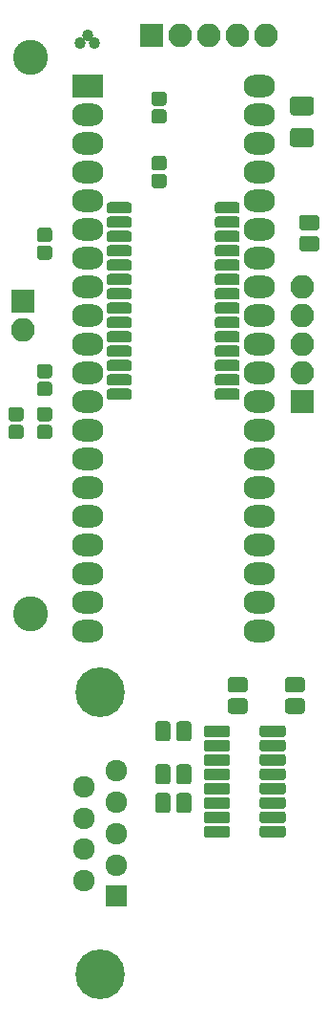
<source format=gts>
G04 #@! TF.GenerationSoftware,KiCad,Pcbnew,(5.1.5)-3*
G04 #@! TF.CreationDate,2020-01-05T20:33:51-06:00*
G04 #@! TF.ProjectId,tymkrs_vendo,74796d6b-7273-45f7-9665-6e646f2e6b69,V0*
G04 #@! TF.SameCoordinates,Original*
G04 #@! TF.FileFunction,Soldermask,Top*
G04 #@! TF.FilePolarity,Negative*
%FSLAX46Y46*%
G04 Gerber Fmt 4.6, Leading zero omitted, Abs format (unit mm)*
G04 Created by KiCad (PCBNEW (5.1.5)-3) date 2020-01-05 20:33:51*
%MOMM*%
%LPD*%
G04 APERTURE LIST*
%ADD10C,0.100000*%
%ADD11C,3.100000*%
%ADD12O,2.100000X2.100000*%
%ADD13R,2.100000X2.100000*%
%ADD14R,1.924000X1.924000*%
%ADD15C,1.924000*%
%ADD16C,4.400000*%
%ADD17O,2.800000X2.000000*%
%ADD18R,2.800000X2.000000*%
%ADD19C,1.035000*%
G04 APERTURE END LIST*
D10*
G36*
X98177493Y-115721535D02*
G01*
X98208435Y-115726125D01*
X98238778Y-115733725D01*
X98268230Y-115744263D01*
X98296508Y-115757638D01*
X98323338Y-115773719D01*
X98348463Y-115792353D01*
X98371640Y-115813360D01*
X98392647Y-115836537D01*
X98411281Y-115861662D01*
X98427362Y-115888492D01*
X98440737Y-115916770D01*
X98451275Y-115946222D01*
X98458875Y-115976565D01*
X98463465Y-116007507D01*
X98465000Y-116038750D01*
X98465000Y-116676250D01*
X98463465Y-116707493D01*
X98458875Y-116738435D01*
X98451275Y-116768778D01*
X98440737Y-116798230D01*
X98427362Y-116826508D01*
X98411281Y-116853338D01*
X98392647Y-116878463D01*
X98371640Y-116901640D01*
X98348463Y-116922647D01*
X98323338Y-116941281D01*
X98296508Y-116957362D01*
X98268230Y-116970737D01*
X98238778Y-116981275D01*
X98208435Y-116988875D01*
X98177493Y-116993465D01*
X98146250Y-116995000D01*
X97433750Y-116995000D01*
X97402507Y-116993465D01*
X97371565Y-116988875D01*
X97341222Y-116981275D01*
X97311770Y-116970737D01*
X97283492Y-116957362D01*
X97256662Y-116941281D01*
X97231537Y-116922647D01*
X97208360Y-116901640D01*
X97187353Y-116878463D01*
X97168719Y-116853338D01*
X97152638Y-116826508D01*
X97139263Y-116798230D01*
X97128725Y-116768778D01*
X97121125Y-116738435D01*
X97116535Y-116707493D01*
X97115000Y-116676250D01*
X97115000Y-116038750D01*
X97116535Y-116007507D01*
X97121125Y-115976565D01*
X97128725Y-115946222D01*
X97139263Y-115916770D01*
X97152638Y-115888492D01*
X97168719Y-115861662D01*
X97187353Y-115836537D01*
X97208360Y-115813360D01*
X97231537Y-115792353D01*
X97256662Y-115773719D01*
X97283492Y-115757638D01*
X97311770Y-115744263D01*
X97341222Y-115733725D01*
X97371565Y-115726125D01*
X97402507Y-115721535D01*
X97433750Y-115720000D01*
X98146250Y-115720000D01*
X98177493Y-115721535D01*
G37*
G36*
X98177493Y-114146535D02*
G01*
X98208435Y-114151125D01*
X98238778Y-114158725D01*
X98268230Y-114169263D01*
X98296508Y-114182638D01*
X98323338Y-114198719D01*
X98348463Y-114217353D01*
X98371640Y-114238360D01*
X98392647Y-114261537D01*
X98411281Y-114286662D01*
X98427362Y-114313492D01*
X98440737Y-114341770D01*
X98451275Y-114371222D01*
X98458875Y-114401565D01*
X98463465Y-114432507D01*
X98465000Y-114463750D01*
X98465000Y-115101250D01*
X98463465Y-115132493D01*
X98458875Y-115163435D01*
X98451275Y-115193778D01*
X98440737Y-115223230D01*
X98427362Y-115251508D01*
X98411281Y-115278338D01*
X98392647Y-115303463D01*
X98371640Y-115326640D01*
X98348463Y-115347647D01*
X98323338Y-115366281D01*
X98296508Y-115382362D01*
X98268230Y-115395737D01*
X98238778Y-115406275D01*
X98208435Y-115413875D01*
X98177493Y-115418465D01*
X98146250Y-115420000D01*
X97433750Y-115420000D01*
X97402507Y-115418465D01*
X97371565Y-115413875D01*
X97341222Y-115406275D01*
X97311770Y-115395737D01*
X97283492Y-115382362D01*
X97256662Y-115366281D01*
X97231537Y-115347647D01*
X97208360Y-115326640D01*
X97187353Y-115303463D01*
X97168719Y-115278338D01*
X97152638Y-115251508D01*
X97139263Y-115223230D01*
X97128725Y-115193778D01*
X97121125Y-115163435D01*
X97116535Y-115132493D01*
X97115000Y-115101250D01*
X97115000Y-114463750D01*
X97116535Y-114432507D01*
X97121125Y-114401565D01*
X97128725Y-114371222D01*
X97139263Y-114341770D01*
X97152638Y-114313492D01*
X97168719Y-114286662D01*
X97187353Y-114261537D01*
X97208360Y-114238360D01*
X97231537Y-114217353D01*
X97256662Y-114198719D01*
X97283492Y-114182638D01*
X97311770Y-114169263D01*
X97341222Y-114158725D01*
X97371565Y-114151125D01*
X97402507Y-114146535D01*
X97433750Y-114145000D01*
X98146250Y-114145000D01*
X98177493Y-114146535D01*
G37*
G36*
X121874943Y-114884154D02*
G01*
X121908312Y-114889104D01*
X121941035Y-114897301D01*
X121972797Y-114908665D01*
X122003293Y-114923089D01*
X122032227Y-114940431D01*
X122059323Y-114960527D01*
X122084318Y-114983181D01*
X122106972Y-115008176D01*
X122127068Y-115035272D01*
X122144410Y-115064206D01*
X122158834Y-115094702D01*
X122170198Y-115126464D01*
X122178395Y-115159187D01*
X122183345Y-115192556D01*
X122185000Y-115226249D01*
X122185000Y-115913749D01*
X122183345Y-115947442D01*
X122178395Y-115980811D01*
X122170198Y-116013534D01*
X122158834Y-116045296D01*
X122144410Y-116075792D01*
X122127068Y-116104726D01*
X122106972Y-116131822D01*
X122084318Y-116156817D01*
X122059323Y-116179471D01*
X122032227Y-116199567D01*
X122003293Y-116216909D01*
X121972797Y-116231333D01*
X121941035Y-116242697D01*
X121908312Y-116250894D01*
X121874943Y-116255844D01*
X121841250Y-116257499D01*
X120728750Y-116257499D01*
X120695057Y-116255844D01*
X120661688Y-116250894D01*
X120628965Y-116242697D01*
X120597203Y-116231333D01*
X120566707Y-116216909D01*
X120537773Y-116199567D01*
X120510677Y-116179471D01*
X120485682Y-116156817D01*
X120463028Y-116131822D01*
X120442932Y-116104726D01*
X120425590Y-116075792D01*
X120411166Y-116045296D01*
X120399802Y-116013534D01*
X120391605Y-115980811D01*
X120386655Y-115947442D01*
X120385000Y-115913749D01*
X120385000Y-115226249D01*
X120386655Y-115192556D01*
X120391605Y-115159187D01*
X120399802Y-115126464D01*
X120411166Y-115094702D01*
X120425590Y-115064206D01*
X120442932Y-115035272D01*
X120463028Y-115008176D01*
X120485682Y-114983181D01*
X120510677Y-114960527D01*
X120537773Y-114940431D01*
X120566707Y-114923089D01*
X120597203Y-114908665D01*
X120628965Y-114897301D01*
X120661688Y-114889104D01*
X120695057Y-114884154D01*
X120728750Y-114882499D01*
X121841250Y-114882499D01*
X121874943Y-114884154D01*
G37*
G36*
X121874943Y-113009154D02*
G01*
X121908312Y-113014104D01*
X121941035Y-113022301D01*
X121972797Y-113033665D01*
X122003293Y-113048089D01*
X122032227Y-113065431D01*
X122059323Y-113085527D01*
X122084318Y-113108181D01*
X122106972Y-113133176D01*
X122127068Y-113160272D01*
X122144410Y-113189206D01*
X122158834Y-113219702D01*
X122170198Y-113251464D01*
X122178395Y-113284187D01*
X122183345Y-113317556D01*
X122185000Y-113351249D01*
X122185000Y-114038749D01*
X122183345Y-114072442D01*
X122178395Y-114105811D01*
X122170198Y-114138534D01*
X122158834Y-114170296D01*
X122144410Y-114200792D01*
X122127068Y-114229726D01*
X122106972Y-114256822D01*
X122084318Y-114281817D01*
X122059323Y-114304471D01*
X122032227Y-114324567D01*
X122003293Y-114341909D01*
X121972797Y-114356333D01*
X121941035Y-114367697D01*
X121908312Y-114375894D01*
X121874943Y-114380844D01*
X121841250Y-114382499D01*
X120728750Y-114382499D01*
X120695057Y-114380844D01*
X120661688Y-114375894D01*
X120628965Y-114367697D01*
X120597203Y-114356333D01*
X120566707Y-114341909D01*
X120537773Y-114324567D01*
X120510677Y-114304471D01*
X120485682Y-114281817D01*
X120463028Y-114256822D01*
X120442932Y-114229726D01*
X120425590Y-114200792D01*
X120411166Y-114170296D01*
X120399802Y-114138534D01*
X120391605Y-114105811D01*
X120386655Y-114072442D01*
X120385000Y-114038749D01*
X120385000Y-113351249D01*
X120386655Y-113317556D01*
X120391605Y-113284187D01*
X120399802Y-113251464D01*
X120411166Y-113219702D01*
X120425590Y-113189206D01*
X120442932Y-113160272D01*
X120463028Y-113133176D01*
X120485682Y-113108181D01*
X120510677Y-113085527D01*
X120537773Y-113065431D01*
X120566707Y-113048089D01*
X120597203Y-113033665D01*
X120628965Y-113022301D01*
X120661688Y-113014104D01*
X120695057Y-113009154D01*
X120728750Y-113007499D01*
X121841250Y-113007499D01*
X121874943Y-113009154D01*
G37*
D11*
X96520000Y-148336000D03*
X96520000Y-99060000D03*
D10*
G36*
X121427346Y-105351589D02*
G01*
X121459380Y-105356341D01*
X121490794Y-105364210D01*
X121521286Y-105375120D01*
X121550561Y-105388966D01*
X121578338Y-105405615D01*
X121604350Y-105424907D01*
X121628345Y-105446655D01*
X121650093Y-105470650D01*
X121669385Y-105496662D01*
X121686034Y-105524439D01*
X121699880Y-105553714D01*
X121710790Y-105584206D01*
X121718659Y-105615620D01*
X121723411Y-105647654D01*
X121725000Y-105680000D01*
X121725000Y-106670000D01*
X121723411Y-106702346D01*
X121718659Y-106734380D01*
X121710790Y-106765794D01*
X121699880Y-106796286D01*
X121686034Y-106825561D01*
X121669385Y-106853338D01*
X121650093Y-106879350D01*
X121628345Y-106903345D01*
X121604350Y-106925093D01*
X121578338Y-106944385D01*
X121550561Y-106961034D01*
X121521286Y-106974880D01*
X121490794Y-106985790D01*
X121459380Y-106993659D01*
X121427346Y-106998411D01*
X121395000Y-107000000D01*
X119905000Y-107000000D01*
X119872654Y-106998411D01*
X119840620Y-106993659D01*
X119809206Y-106985790D01*
X119778714Y-106974880D01*
X119749439Y-106961034D01*
X119721662Y-106944385D01*
X119695650Y-106925093D01*
X119671655Y-106903345D01*
X119649907Y-106879350D01*
X119630615Y-106853338D01*
X119613966Y-106825561D01*
X119600120Y-106796286D01*
X119589210Y-106765794D01*
X119581341Y-106734380D01*
X119576589Y-106702346D01*
X119575000Y-106670000D01*
X119575000Y-105680000D01*
X119576589Y-105647654D01*
X119581341Y-105615620D01*
X119589210Y-105584206D01*
X119600120Y-105553714D01*
X119613966Y-105524439D01*
X119630615Y-105496662D01*
X119649907Y-105470650D01*
X119671655Y-105446655D01*
X119695650Y-105424907D01*
X119721662Y-105405615D01*
X119749439Y-105388966D01*
X119778714Y-105375120D01*
X119809206Y-105364210D01*
X119840620Y-105356341D01*
X119872654Y-105351589D01*
X119905000Y-105350000D01*
X121395000Y-105350000D01*
X121427346Y-105351589D01*
G37*
G36*
X121427346Y-102551589D02*
G01*
X121459380Y-102556341D01*
X121490794Y-102564210D01*
X121521286Y-102575120D01*
X121550561Y-102588966D01*
X121578338Y-102605615D01*
X121604350Y-102624907D01*
X121628345Y-102646655D01*
X121650093Y-102670650D01*
X121669385Y-102696662D01*
X121686034Y-102724439D01*
X121699880Y-102753714D01*
X121710790Y-102784206D01*
X121718659Y-102815620D01*
X121723411Y-102847654D01*
X121725000Y-102880000D01*
X121725000Y-103870000D01*
X121723411Y-103902346D01*
X121718659Y-103934380D01*
X121710790Y-103965794D01*
X121699880Y-103996286D01*
X121686034Y-104025561D01*
X121669385Y-104053338D01*
X121650093Y-104079350D01*
X121628345Y-104103345D01*
X121604350Y-104125093D01*
X121578338Y-104144385D01*
X121550561Y-104161034D01*
X121521286Y-104174880D01*
X121490794Y-104185790D01*
X121459380Y-104193659D01*
X121427346Y-104198411D01*
X121395000Y-104200000D01*
X119905000Y-104200000D01*
X119872654Y-104198411D01*
X119840620Y-104193659D01*
X119809206Y-104185790D01*
X119778714Y-104174880D01*
X119749439Y-104161034D01*
X119721662Y-104144385D01*
X119695650Y-104125093D01*
X119671655Y-104103345D01*
X119649907Y-104079350D01*
X119630615Y-104053338D01*
X119613966Y-104025561D01*
X119600120Y-103996286D01*
X119589210Y-103965794D01*
X119581341Y-103934380D01*
X119576589Y-103902346D01*
X119575000Y-103870000D01*
X119575000Y-102880000D01*
X119576589Y-102847654D01*
X119581341Y-102815620D01*
X119589210Y-102784206D01*
X119600120Y-102753714D01*
X119613966Y-102724439D01*
X119630615Y-102696662D01*
X119649907Y-102670650D01*
X119671655Y-102646655D01*
X119695650Y-102624907D01*
X119721662Y-102605615D01*
X119749439Y-102588966D01*
X119778714Y-102575120D01*
X119809206Y-102564210D01*
X119840620Y-102556341D01*
X119872654Y-102551589D01*
X119905000Y-102550000D01*
X121395000Y-102550000D01*
X121427346Y-102551589D01*
G37*
G36*
X118994504Y-158251204D02*
G01*
X119018773Y-158254804D01*
X119042571Y-158260765D01*
X119065671Y-158269030D01*
X119087849Y-158279520D01*
X119108893Y-158292133D01*
X119128598Y-158306747D01*
X119146777Y-158323223D01*
X119163253Y-158341402D01*
X119177867Y-158361107D01*
X119190480Y-158382151D01*
X119200970Y-158404329D01*
X119209235Y-158427429D01*
X119215196Y-158451227D01*
X119218796Y-158475496D01*
X119220000Y-158500000D01*
X119220000Y-159000000D01*
X119218796Y-159024504D01*
X119215196Y-159048773D01*
X119209235Y-159072571D01*
X119200970Y-159095671D01*
X119190480Y-159117849D01*
X119177867Y-159138893D01*
X119163253Y-159158598D01*
X119146777Y-159176777D01*
X119128598Y-159193253D01*
X119108893Y-159207867D01*
X119087849Y-159220480D01*
X119065671Y-159230970D01*
X119042571Y-159239235D01*
X119018773Y-159245196D01*
X118994504Y-159248796D01*
X118970000Y-159250000D01*
X117120000Y-159250000D01*
X117095496Y-159248796D01*
X117071227Y-159245196D01*
X117047429Y-159239235D01*
X117024329Y-159230970D01*
X117002151Y-159220480D01*
X116981107Y-159207867D01*
X116961402Y-159193253D01*
X116943223Y-159176777D01*
X116926747Y-159158598D01*
X116912133Y-159138893D01*
X116899520Y-159117849D01*
X116889030Y-159095671D01*
X116880765Y-159072571D01*
X116874804Y-159048773D01*
X116871204Y-159024504D01*
X116870000Y-159000000D01*
X116870000Y-158500000D01*
X116871204Y-158475496D01*
X116874804Y-158451227D01*
X116880765Y-158427429D01*
X116889030Y-158404329D01*
X116899520Y-158382151D01*
X116912133Y-158361107D01*
X116926747Y-158341402D01*
X116943223Y-158323223D01*
X116961402Y-158306747D01*
X116981107Y-158292133D01*
X117002151Y-158279520D01*
X117024329Y-158269030D01*
X117047429Y-158260765D01*
X117071227Y-158254804D01*
X117095496Y-158251204D01*
X117120000Y-158250000D01*
X118970000Y-158250000D01*
X118994504Y-158251204D01*
G37*
G36*
X118994504Y-159521204D02*
G01*
X119018773Y-159524804D01*
X119042571Y-159530765D01*
X119065671Y-159539030D01*
X119087849Y-159549520D01*
X119108893Y-159562133D01*
X119128598Y-159576747D01*
X119146777Y-159593223D01*
X119163253Y-159611402D01*
X119177867Y-159631107D01*
X119190480Y-159652151D01*
X119200970Y-159674329D01*
X119209235Y-159697429D01*
X119215196Y-159721227D01*
X119218796Y-159745496D01*
X119220000Y-159770000D01*
X119220000Y-160270000D01*
X119218796Y-160294504D01*
X119215196Y-160318773D01*
X119209235Y-160342571D01*
X119200970Y-160365671D01*
X119190480Y-160387849D01*
X119177867Y-160408893D01*
X119163253Y-160428598D01*
X119146777Y-160446777D01*
X119128598Y-160463253D01*
X119108893Y-160477867D01*
X119087849Y-160490480D01*
X119065671Y-160500970D01*
X119042571Y-160509235D01*
X119018773Y-160515196D01*
X118994504Y-160518796D01*
X118970000Y-160520000D01*
X117120000Y-160520000D01*
X117095496Y-160518796D01*
X117071227Y-160515196D01*
X117047429Y-160509235D01*
X117024329Y-160500970D01*
X117002151Y-160490480D01*
X116981107Y-160477867D01*
X116961402Y-160463253D01*
X116943223Y-160446777D01*
X116926747Y-160428598D01*
X116912133Y-160408893D01*
X116899520Y-160387849D01*
X116889030Y-160365671D01*
X116880765Y-160342571D01*
X116874804Y-160318773D01*
X116871204Y-160294504D01*
X116870000Y-160270000D01*
X116870000Y-159770000D01*
X116871204Y-159745496D01*
X116874804Y-159721227D01*
X116880765Y-159697429D01*
X116889030Y-159674329D01*
X116899520Y-159652151D01*
X116912133Y-159631107D01*
X116926747Y-159611402D01*
X116943223Y-159593223D01*
X116961402Y-159576747D01*
X116981107Y-159562133D01*
X117002151Y-159549520D01*
X117024329Y-159539030D01*
X117047429Y-159530765D01*
X117071227Y-159524804D01*
X117095496Y-159521204D01*
X117120000Y-159520000D01*
X118970000Y-159520000D01*
X118994504Y-159521204D01*
G37*
G36*
X118994504Y-160791204D02*
G01*
X119018773Y-160794804D01*
X119042571Y-160800765D01*
X119065671Y-160809030D01*
X119087849Y-160819520D01*
X119108893Y-160832133D01*
X119128598Y-160846747D01*
X119146777Y-160863223D01*
X119163253Y-160881402D01*
X119177867Y-160901107D01*
X119190480Y-160922151D01*
X119200970Y-160944329D01*
X119209235Y-160967429D01*
X119215196Y-160991227D01*
X119218796Y-161015496D01*
X119220000Y-161040000D01*
X119220000Y-161540000D01*
X119218796Y-161564504D01*
X119215196Y-161588773D01*
X119209235Y-161612571D01*
X119200970Y-161635671D01*
X119190480Y-161657849D01*
X119177867Y-161678893D01*
X119163253Y-161698598D01*
X119146777Y-161716777D01*
X119128598Y-161733253D01*
X119108893Y-161747867D01*
X119087849Y-161760480D01*
X119065671Y-161770970D01*
X119042571Y-161779235D01*
X119018773Y-161785196D01*
X118994504Y-161788796D01*
X118970000Y-161790000D01*
X117120000Y-161790000D01*
X117095496Y-161788796D01*
X117071227Y-161785196D01*
X117047429Y-161779235D01*
X117024329Y-161770970D01*
X117002151Y-161760480D01*
X116981107Y-161747867D01*
X116961402Y-161733253D01*
X116943223Y-161716777D01*
X116926747Y-161698598D01*
X116912133Y-161678893D01*
X116899520Y-161657849D01*
X116889030Y-161635671D01*
X116880765Y-161612571D01*
X116874804Y-161588773D01*
X116871204Y-161564504D01*
X116870000Y-161540000D01*
X116870000Y-161040000D01*
X116871204Y-161015496D01*
X116874804Y-160991227D01*
X116880765Y-160967429D01*
X116889030Y-160944329D01*
X116899520Y-160922151D01*
X116912133Y-160901107D01*
X116926747Y-160881402D01*
X116943223Y-160863223D01*
X116961402Y-160846747D01*
X116981107Y-160832133D01*
X117002151Y-160819520D01*
X117024329Y-160809030D01*
X117047429Y-160800765D01*
X117071227Y-160794804D01*
X117095496Y-160791204D01*
X117120000Y-160790000D01*
X118970000Y-160790000D01*
X118994504Y-160791204D01*
G37*
G36*
X118994504Y-162061204D02*
G01*
X119018773Y-162064804D01*
X119042571Y-162070765D01*
X119065671Y-162079030D01*
X119087849Y-162089520D01*
X119108893Y-162102133D01*
X119128598Y-162116747D01*
X119146777Y-162133223D01*
X119163253Y-162151402D01*
X119177867Y-162171107D01*
X119190480Y-162192151D01*
X119200970Y-162214329D01*
X119209235Y-162237429D01*
X119215196Y-162261227D01*
X119218796Y-162285496D01*
X119220000Y-162310000D01*
X119220000Y-162810000D01*
X119218796Y-162834504D01*
X119215196Y-162858773D01*
X119209235Y-162882571D01*
X119200970Y-162905671D01*
X119190480Y-162927849D01*
X119177867Y-162948893D01*
X119163253Y-162968598D01*
X119146777Y-162986777D01*
X119128598Y-163003253D01*
X119108893Y-163017867D01*
X119087849Y-163030480D01*
X119065671Y-163040970D01*
X119042571Y-163049235D01*
X119018773Y-163055196D01*
X118994504Y-163058796D01*
X118970000Y-163060000D01*
X117120000Y-163060000D01*
X117095496Y-163058796D01*
X117071227Y-163055196D01*
X117047429Y-163049235D01*
X117024329Y-163040970D01*
X117002151Y-163030480D01*
X116981107Y-163017867D01*
X116961402Y-163003253D01*
X116943223Y-162986777D01*
X116926747Y-162968598D01*
X116912133Y-162948893D01*
X116899520Y-162927849D01*
X116889030Y-162905671D01*
X116880765Y-162882571D01*
X116874804Y-162858773D01*
X116871204Y-162834504D01*
X116870000Y-162810000D01*
X116870000Y-162310000D01*
X116871204Y-162285496D01*
X116874804Y-162261227D01*
X116880765Y-162237429D01*
X116889030Y-162214329D01*
X116899520Y-162192151D01*
X116912133Y-162171107D01*
X116926747Y-162151402D01*
X116943223Y-162133223D01*
X116961402Y-162116747D01*
X116981107Y-162102133D01*
X117002151Y-162089520D01*
X117024329Y-162079030D01*
X117047429Y-162070765D01*
X117071227Y-162064804D01*
X117095496Y-162061204D01*
X117120000Y-162060000D01*
X118970000Y-162060000D01*
X118994504Y-162061204D01*
G37*
G36*
X118994504Y-163331204D02*
G01*
X119018773Y-163334804D01*
X119042571Y-163340765D01*
X119065671Y-163349030D01*
X119087849Y-163359520D01*
X119108893Y-163372133D01*
X119128598Y-163386747D01*
X119146777Y-163403223D01*
X119163253Y-163421402D01*
X119177867Y-163441107D01*
X119190480Y-163462151D01*
X119200970Y-163484329D01*
X119209235Y-163507429D01*
X119215196Y-163531227D01*
X119218796Y-163555496D01*
X119220000Y-163580000D01*
X119220000Y-164080000D01*
X119218796Y-164104504D01*
X119215196Y-164128773D01*
X119209235Y-164152571D01*
X119200970Y-164175671D01*
X119190480Y-164197849D01*
X119177867Y-164218893D01*
X119163253Y-164238598D01*
X119146777Y-164256777D01*
X119128598Y-164273253D01*
X119108893Y-164287867D01*
X119087849Y-164300480D01*
X119065671Y-164310970D01*
X119042571Y-164319235D01*
X119018773Y-164325196D01*
X118994504Y-164328796D01*
X118970000Y-164330000D01*
X117120000Y-164330000D01*
X117095496Y-164328796D01*
X117071227Y-164325196D01*
X117047429Y-164319235D01*
X117024329Y-164310970D01*
X117002151Y-164300480D01*
X116981107Y-164287867D01*
X116961402Y-164273253D01*
X116943223Y-164256777D01*
X116926747Y-164238598D01*
X116912133Y-164218893D01*
X116899520Y-164197849D01*
X116889030Y-164175671D01*
X116880765Y-164152571D01*
X116874804Y-164128773D01*
X116871204Y-164104504D01*
X116870000Y-164080000D01*
X116870000Y-163580000D01*
X116871204Y-163555496D01*
X116874804Y-163531227D01*
X116880765Y-163507429D01*
X116889030Y-163484329D01*
X116899520Y-163462151D01*
X116912133Y-163441107D01*
X116926747Y-163421402D01*
X116943223Y-163403223D01*
X116961402Y-163386747D01*
X116981107Y-163372133D01*
X117002151Y-163359520D01*
X117024329Y-163349030D01*
X117047429Y-163340765D01*
X117071227Y-163334804D01*
X117095496Y-163331204D01*
X117120000Y-163330000D01*
X118970000Y-163330000D01*
X118994504Y-163331204D01*
G37*
G36*
X118994504Y-164601204D02*
G01*
X119018773Y-164604804D01*
X119042571Y-164610765D01*
X119065671Y-164619030D01*
X119087849Y-164629520D01*
X119108893Y-164642133D01*
X119128598Y-164656747D01*
X119146777Y-164673223D01*
X119163253Y-164691402D01*
X119177867Y-164711107D01*
X119190480Y-164732151D01*
X119200970Y-164754329D01*
X119209235Y-164777429D01*
X119215196Y-164801227D01*
X119218796Y-164825496D01*
X119220000Y-164850000D01*
X119220000Y-165350000D01*
X119218796Y-165374504D01*
X119215196Y-165398773D01*
X119209235Y-165422571D01*
X119200970Y-165445671D01*
X119190480Y-165467849D01*
X119177867Y-165488893D01*
X119163253Y-165508598D01*
X119146777Y-165526777D01*
X119128598Y-165543253D01*
X119108893Y-165557867D01*
X119087849Y-165570480D01*
X119065671Y-165580970D01*
X119042571Y-165589235D01*
X119018773Y-165595196D01*
X118994504Y-165598796D01*
X118970000Y-165600000D01*
X117120000Y-165600000D01*
X117095496Y-165598796D01*
X117071227Y-165595196D01*
X117047429Y-165589235D01*
X117024329Y-165580970D01*
X117002151Y-165570480D01*
X116981107Y-165557867D01*
X116961402Y-165543253D01*
X116943223Y-165526777D01*
X116926747Y-165508598D01*
X116912133Y-165488893D01*
X116899520Y-165467849D01*
X116889030Y-165445671D01*
X116880765Y-165422571D01*
X116874804Y-165398773D01*
X116871204Y-165374504D01*
X116870000Y-165350000D01*
X116870000Y-164850000D01*
X116871204Y-164825496D01*
X116874804Y-164801227D01*
X116880765Y-164777429D01*
X116889030Y-164754329D01*
X116899520Y-164732151D01*
X116912133Y-164711107D01*
X116926747Y-164691402D01*
X116943223Y-164673223D01*
X116961402Y-164656747D01*
X116981107Y-164642133D01*
X117002151Y-164629520D01*
X117024329Y-164619030D01*
X117047429Y-164610765D01*
X117071227Y-164604804D01*
X117095496Y-164601204D01*
X117120000Y-164600000D01*
X118970000Y-164600000D01*
X118994504Y-164601204D01*
G37*
G36*
X118994504Y-165871204D02*
G01*
X119018773Y-165874804D01*
X119042571Y-165880765D01*
X119065671Y-165889030D01*
X119087849Y-165899520D01*
X119108893Y-165912133D01*
X119128598Y-165926747D01*
X119146777Y-165943223D01*
X119163253Y-165961402D01*
X119177867Y-165981107D01*
X119190480Y-166002151D01*
X119200970Y-166024329D01*
X119209235Y-166047429D01*
X119215196Y-166071227D01*
X119218796Y-166095496D01*
X119220000Y-166120000D01*
X119220000Y-166620000D01*
X119218796Y-166644504D01*
X119215196Y-166668773D01*
X119209235Y-166692571D01*
X119200970Y-166715671D01*
X119190480Y-166737849D01*
X119177867Y-166758893D01*
X119163253Y-166778598D01*
X119146777Y-166796777D01*
X119128598Y-166813253D01*
X119108893Y-166827867D01*
X119087849Y-166840480D01*
X119065671Y-166850970D01*
X119042571Y-166859235D01*
X119018773Y-166865196D01*
X118994504Y-166868796D01*
X118970000Y-166870000D01*
X117120000Y-166870000D01*
X117095496Y-166868796D01*
X117071227Y-166865196D01*
X117047429Y-166859235D01*
X117024329Y-166850970D01*
X117002151Y-166840480D01*
X116981107Y-166827867D01*
X116961402Y-166813253D01*
X116943223Y-166796777D01*
X116926747Y-166778598D01*
X116912133Y-166758893D01*
X116899520Y-166737849D01*
X116889030Y-166715671D01*
X116880765Y-166692571D01*
X116874804Y-166668773D01*
X116871204Y-166644504D01*
X116870000Y-166620000D01*
X116870000Y-166120000D01*
X116871204Y-166095496D01*
X116874804Y-166071227D01*
X116880765Y-166047429D01*
X116889030Y-166024329D01*
X116899520Y-166002151D01*
X116912133Y-165981107D01*
X116926747Y-165961402D01*
X116943223Y-165943223D01*
X116961402Y-165926747D01*
X116981107Y-165912133D01*
X117002151Y-165899520D01*
X117024329Y-165889030D01*
X117047429Y-165880765D01*
X117071227Y-165874804D01*
X117095496Y-165871204D01*
X117120000Y-165870000D01*
X118970000Y-165870000D01*
X118994504Y-165871204D01*
G37*
G36*
X118994504Y-167141204D02*
G01*
X119018773Y-167144804D01*
X119042571Y-167150765D01*
X119065671Y-167159030D01*
X119087849Y-167169520D01*
X119108893Y-167182133D01*
X119128598Y-167196747D01*
X119146777Y-167213223D01*
X119163253Y-167231402D01*
X119177867Y-167251107D01*
X119190480Y-167272151D01*
X119200970Y-167294329D01*
X119209235Y-167317429D01*
X119215196Y-167341227D01*
X119218796Y-167365496D01*
X119220000Y-167390000D01*
X119220000Y-167890000D01*
X119218796Y-167914504D01*
X119215196Y-167938773D01*
X119209235Y-167962571D01*
X119200970Y-167985671D01*
X119190480Y-168007849D01*
X119177867Y-168028893D01*
X119163253Y-168048598D01*
X119146777Y-168066777D01*
X119128598Y-168083253D01*
X119108893Y-168097867D01*
X119087849Y-168110480D01*
X119065671Y-168120970D01*
X119042571Y-168129235D01*
X119018773Y-168135196D01*
X118994504Y-168138796D01*
X118970000Y-168140000D01*
X117120000Y-168140000D01*
X117095496Y-168138796D01*
X117071227Y-168135196D01*
X117047429Y-168129235D01*
X117024329Y-168120970D01*
X117002151Y-168110480D01*
X116981107Y-168097867D01*
X116961402Y-168083253D01*
X116943223Y-168066777D01*
X116926747Y-168048598D01*
X116912133Y-168028893D01*
X116899520Y-168007849D01*
X116889030Y-167985671D01*
X116880765Y-167962571D01*
X116874804Y-167938773D01*
X116871204Y-167914504D01*
X116870000Y-167890000D01*
X116870000Y-167390000D01*
X116871204Y-167365496D01*
X116874804Y-167341227D01*
X116880765Y-167317429D01*
X116889030Y-167294329D01*
X116899520Y-167272151D01*
X116912133Y-167251107D01*
X116926747Y-167231402D01*
X116943223Y-167213223D01*
X116961402Y-167196747D01*
X116981107Y-167182133D01*
X117002151Y-167169520D01*
X117024329Y-167159030D01*
X117047429Y-167150765D01*
X117071227Y-167144804D01*
X117095496Y-167141204D01*
X117120000Y-167140000D01*
X118970000Y-167140000D01*
X118994504Y-167141204D01*
G37*
G36*
X114044504Y-167141204D02*
G01*
X114068773Y-167144804D01*
X114092571Y-167150765D01*
X114115671Y-167159030D01*
X114137849Y-167169520D01*
X114158893Y-167182133D01*
X114178598Y-167196747D01*
X114196777Y-167213223D01*
X114213253Y-167231402D01*
X114227867Y-167251107D01*
X114240480Y-167272151D01*
X114250970Y-167294329D01*
X114259235Y-167317429D01*
X114265196Y-167341227D01*
X114268796Y-167365496D01*
X114270000Y-167390000D01*
X114270000Y-167890000D01*
X114268796Y-167914504D01*
X114265196Y-167938773D01*
X114259235Y-167962571D01*
X114250970Y-167985671D01*
X114240480Y-168007849D01*
X114227867Y-168028893D01*
X114213253Y-168048598D01*
X114196777Y-168066777D01*
X114178598Y-168083253D01*
X114158893Y-168097867D01*
X114137849Y-168110480D01*
X114115671Y-168120970D01*
X114092571Y-168129235D01*
X114068773Y-168135196D01*
X114044504Y-168138796D01*
X114020000Y-168140000D01*
X112170000Y-168140000D01*
X112145496Y-168138796D01*
X112121227Y-168135196D01*
X112097429Y-168129235D01*
X112074329Y-168120970D01*
X112052151Y-168110480D01*
X112031107Y-168097867D01*
X112011402Y-168083253D01*
X111993223Y-168066777D01*
X111976747Y-168048598D01*
X111962133Y-168028893D01*
X111949520Y-168007849D01*
X111939030Y-167985671D01*
X111930765Y-167962571D01*
X111924804Y-167938773D01*
X111921204Y-167914504D01*
X111920000Y-167890000D01*
X111920000Y-167390000D01*
X111921204Y-167365496D01*
X111924804Y-167341227D01*
X111930765Y-167317429D01*
X111939030Y-167294329D01*
X111949520Y-167272151D01*
X111962133Y-167251107D01*
X111976747Y-167231402D01*
X111993223Y-167213223D01*
X112011402Y-167196747D01*
X112031107Y-167182133D01*
X112052151Y-167169520D01*
X112074329Y-167159030D01*
X112097429Y-167150765D01*
X112121227Y-167144804D01*
X112145496Y-167141204D01*
X112170000Y-167140000D01*
X114020000Y-167140000D01*
X114044504Y-167141204D01*
G37*
G36*
X114044504Y-165871204D02*
G01*
X114068773Y-165874804D01*
X114092571Y-165880765D01*
X114115671Y-165889030D01*
X114137849Y-165899520D01*
X114158893Y-165912133D01*
X114178598Y-165926747D01*
X114196777Y-165943223D01*
X114213253Y-165961402D01*
X114227867Y-165981107D01*
X114240480Y-166002151D01*
X114250970Y-166024329D01*
X114259235Y-166047429D01*
X114265196Y-166071227D01*
X114268796Y-166095496D01*
X114270000Y-166120000D01*
X114270000Y-166620000D01*
X114268796Y-166644504D01*
X114265196Y-166668773D01*
X114259235Y-166692571D01*
X114250970Y-166715671D01*
X114240480Y-166737849D01*
X114227867Y-166758893D01*
X114213253Y-166778598D01*
X114196777Y-166796777D01*
X114178598Y-166813253D01*
X114158893Y-166827867D01*
X114137849Y-166840480D01*
X114115671Y-166850970D01*
X114092571Y-166859235D01*
X114068773Y-166865196D01*
X114044504Y-166868796D01*
X114020000Y-166870000D01*
X112170000Y-166870000D01*
X112145496Y-166868796D01*
X112121227Y-166865196D01*
X112097429Y-166859235D01*
X112074329Y-166850970D01*
X112052151Y-166840480D01*
X112031107Y-166827867D01*
X112011402Y-166813253D01*
X111993223Y-166796777D01*
X111976747Y-166778598D01*
X111962133Y-166758893D01*
X111949520Y-166737849D01*
X111939030Y-166715671D01*
X111930765Y-166692571D01*
X111924804Y-166668773D01*
X111921204Y-166644504D01*
X111920000Y-166620000D01*
X111920000Y-166120000D01*
X111921204Y-166095496D01*
X111924804Y-166071227D01*
X111930765Y-166047429D01*
X111939030Y-166024329D01*
X111949520Y-166002151D01*
X111962133Y-165981107D01*
X111976747Y-165961402D01*
X111993223Y-165943223D01*
X112011402Y-165926747D01*
X112031107Y-165912133D01*
X112052151Y-165899520D01*
X112074329Y-165889030D01*
X112097429Y-165880765D01*
X112121227Y-165874804D01*
X112145496Y-165871204D01*
X112170000Y-165870000D01*
X114020000Y-165870000D01*
X114044504Y-165871204D01*
G37*
G36*
X114044504Y-164601204D02*
G01*
X114068773Y-164604804D01*
X114092571Y-164610765D01*
X114115671Y-164619030D01*
X114137849Y-164629520D01*
X114158893Y-164642133D01*
X114178598Y-164656747D01*
X114196777Y-164673223D01*
X114213253Y-164691402D01*
X114227867Y-164711107D01*
X114240480Y-164732151D01*
X114250970Y-164754329D01*
X114259235Y-164777429D01*
X114265196Y-164801227D01*
X114268796Y-164825496D01*
X114270000Y-164850000D01*
X114270000Y-165350000D01*
X114268796Y-165374504D01*
X114265196Y-165398773D01*
X114259235Y-165422571D01*
X114250970Y-165445671D01*
X114240480Y-165467849D01*
X114227867Y-165488893D01*
X114213253Y-165508598D01*
X114196777Y-165526777D01*
X114178598Y-165543253D01*
X114158893Y-165557867D01*
X114137849Y-165570480D01*
X114115671Y-165580970D01*
X114092571Y-165589235D01*
X114068773Y-165595196D01*
X114044504Y-165598796D01*
X114020000Y-165600000D01*
X112170000Y-165600000D01*
X112145496Y-165598796D01*
X112121227Y-165595196D01*
X112097429Y-165589235D01*
X112074329Y-165580970D01*
X112052151Y-165570480D01*
X112031107Y-165557867D01*
X112011402Y-165543253D01*
X111993223Y-165526777D01*
X111976747Y-165508598D01*
X111962133Y-165488893D01*
X111949520Y-165467849D01*
X111939030Y-165445671D01*
X111930765Y-165422571D01*
X111924804Y-165398773D01*
X111921204Y-165374504D01*
X111920000Y-165350000D01*
X111920000Y-164850000D01*
X111921204Y-164825496D01*
X111924804Y-164801227D01*
X111930765Y-164777429D01*
X111939030Y-164754329D01*
X111949520Y-164732151D01*
X111962133Y-164711107D01*
X111976747Y-164691402D01*
X111993223Y-164673223D01*
X112011402Y-164656747D01*
X112031107Y-164642133D01*
X112052151Y-164629520D01*
X112074329Y-164619030D01*
X112097429Y-164610765D01*
X112121227Y-164604804D01*
X112145496Y-164601204D01*
X112170000Y-164600000D01*
X114020000Y-164600000D01*
X114044504Y-164601204D01*
G37*
G36*
X114044504Y-163331204D02*
G01*
X114068773Y-163334804D01*
X114092571Y-163340765D01*
X114115671Y-163349030D01*
X114137849Y-163359520D01*
X114158893Y-163372133D01*
X114178598Y-163386747D01*
X114196777Y-163403223D01*
X114213253Y-163421402D01*
X114227867Y-163441107D01*
X114240480Y-163462151D01*
X114250970Y-163484329D01*
X114259235Y-163507429D01*
X114265196Y-163531227D01*
X114268796Y-163555496D01*
X114270000Y-163580000D01*
X114270000Y-164080000D01*
X114268796Y-164104504D01*
X114265196Y-164128773D01*
X114259235Y-164152571D01*
X114250970Y-164175671D01*
X114240480Y-164197849D01*
X114227867Y-164218893D01*
X114213253Y-164238598D01*
X114196777Y-164256777D01*
X114178598Y-164273253D01*
X114158893Y-164287867D01*
X114137849Y-164300480D01*
X114115671Y-164310970D01*
X114092571Y-164319235D01*
X114068773Y-164325196D01*
X114044504Y-164328796D01*
X114020000Y-164330000D01*
X112170000Y-164330000D01*
X112145496Y-164328796D01*
X112121227Y-164325196D01*
X112097429Y-164319235D01*
X112074329Y-164310970D01*
X112052151Y-164300480D01*
X112031107Y-164287867D01*
X112011402Y-164273253D01*
X111993223Y-164256777D01*
X111976747Y-164238598D01*
X111962133Y-164218893D01*
X111949520Y-164197849D01*
X111939030Y-164175671D01*
X111930765Y-164152571D01*
X111924804Y-164128773D01*
X111921204Y-164104504D01*
X111920000Y-164080000D01*
X111920000Y-163580000D01*
X111921204Y-163555496D01*
X111924804Y-163531227D01*
X111930765Y-163507429D01*
X111939030Y-163484329D01*
X111949520Y-163462151D01*
X111962133Y-163441107D01*
X111976747Y-163421402D01*
X111993223Y-163403223D01*
X112011402Y-163386747D01*
X112031107Y-163372133D01*
X112052151Y-163359520D01*
X112074329Y-163349030D01*
X112097429Y-163340765D01*
X112121227Y-163334804D01*
X112145496Y-163331204D01*
X112170000Y-163330000D01*
X114020000Y-163330000D01*
X114044504Y-163331204D01*
G37*
G36*
X114044504Y-162061204D02*
G01*
X114068773Y-162064804D01*
X114092571Y-162070765D01*
X114115671Y-162079030D01*
X114137849Y-162089520D01*
X114158893Y-162102133D01*
X114178598Y-162116747D01*
X114196777Y-162133223D01*
X114213253Y-162151402D01*
X114227867Y-162171107D01*
X114240480Y-162192151D01*
X114250970Y-162214329D01*
X114259235Y-162237429D01*
X114265196Y-162261227D01*
X114268796Y-162285496D01*
X114270000Y-162310000D01*
X114270000Y-162810000D01*
X114268796Y-162834504D01*
X114265196Y-162858773D01*
X114259235Y-162882571D01*
X114250970Y-162905671D01*
X114240480Y-162927849D01*
X114227867Y-162948893D01*
X114213253Y-162968598D01*
X114196777Y-162986777D01*
X114178598Y-163003253D01*
X114158893Y-163017867D01*
X114137849Y-163030480D01*
X114115671Y-163040970D01*
X114092571Y-163049235D01*
X114068773Y-163055196D01*
X114044504Y-163058796D01*
X114020000Y-163060000D01*
X112170000Y-163060000D01*
X112145496Y-163058796D01*
X112121227Y-163055196D01*
X112097429Y-163049235D01*
X112074329Y-163040970D01*
X112052151Y-163030480D01*
X112031107Y-163017867D01*
X112011402Y-163003253D01*
X111993223Y-162986777D01*
X111976747Y-162968598D01*
X111962133Y-162948893D01*
X111949520Y-162927849D01*
X111939030Y-162905671D01*
X111930765Y-162882571D01*
X111924804Y-162858773D01*
X111921204Y-162834504D01*
X111920000Y-162810000D01*
X111920000Y-162310000D01*
X111921204Y-162285496D01*
X111924804Y-162261227D01*
X111930765Y-162237429D01*
X111939030Y-162214329D01*
X111949520Y-162192151D01*
X111962133Y-162171107D01*
X111976747Y-162151402D01*
X111993223Y-162133223D01*
X112011402Y-162116747D01*
X112031107Y-162102133D01*
X112052151Y-162089520D01*
X112074329Y-162079030D01*
X112097429Y-162070765D01*
X112121227Y-162064804D01*
X112145496Y-162061204D01*
X112170000Y-162060000D01*
X114020000Y-162060000D01*
X114044504Y-162061204D01*
G37*
G36*
X114044504Y-160791204D02*
G01*
X114068773Y-160794804D01*
X114092571Y-160800765D01*
X114115671Y-160809030D01*
X114137849Y-160819520D01*
X114158893Y-160832133D01*
X114178598Y-160846747D01*
X114196777Y-160863223D01*
X114213253Y-160881402D01*
X114227867Y-160901107D01*
X114240480Y-160922151D01*
X114250970Y-160944329D01*
X114259235Y-160967429D01*
X114265196Y-160991227D01*
X114268796Y-161015496D01*
X114270000Y-161040000D01*
X114270000Y-161540000D01*
X114268796Y-161564504D01*
X114265196Y-161588773D01*
X114259235Y-161612571D01*
X114250970Y-161635671D01*
X114240480Y-161657849D01*
X114227867Y-161678893D01*
X114213253Y-161698598D01*
X114196777Y-161716777D01*
X114178598Y-161733253D01*
X114158893Y-161747867D01*
X114137849Y-161760480D01*
X114115671Y-161770970D01*
X114092571Y-161779235D01*
X114068773Y-161785196D01*
X114044504Y-161788796D01*
X114020000Y-161790000D01*
X112170000Y-161790000D01*
X112145496Y-161788796D01*
X112121227Y-161785196D01*
X112097429Y-161779235D01*
X112074329Y-161770970D01*
X112052151Y-161760480D01*
X112031107Y-161747867D01*
X112011402Y-161733253D01*
X111993223Y-161716777D01*
X111976747Y-161698598D01*
X111962133Y-161678893D01*
X111949520Y-161657849D01*
X111939030Y-161635671D01*
X111930765Y-161612571D01*
X111924804Y-161588773D01*
X111921204Y-161564504D01*
X111920000Y-161540000D01*
X111920000Y-161040000D01*
X111921204Y-161015496D01*
X111924804Y-160991227D01*
X111930765Y-160967429D01*
X111939030Y-160944329D01*
X111949520Y-160922151D01*
X111962133Y-160901107D01*
X111976747Y-160881402D01*
X111993223Y-160863223D01*
X112011402Y-160846747D01*
X112031107Y-160832133D01*
X112052151Y-160819520D01*
X112074329Y-160809030D01*
X112097429Y-160800765D01*
X112121227Y-160794804D01*
X112145496Y-160791204D01*
X112170000Y-160790000D01*
X114020000Y-160790000D01*
X114044504Y-160791204D01*
G37*
G36*
X114044504Y-159521204D02*
G01*
X114068773Y-159524804D01*
X114092571Y-159530765D01*
X114115671Y-159539030D01*
X114137849Y-159549520D01*
X114158893Y-159562133D01*
X114178598Y-159576747D01*
X114196777Y-159593223D01*
X114213253Y-159611402D01*
X114227867Y-159631107D01*
X114240480Y-159652151D01*
X114250970Y-159674329D01*
X114259235Y-159697429D01*
X114265196Y-159721227D01*
X114268796Y-159745496D01*
X114270000Y-159770000D01*
X114270000Y-160270000D01*
X114268796Y-160294504D01*
X114265196Y-160318773D01*
X114259235Y-160342571D01*
X114250970Y-160365671D01*
X114240480Y-160387849D01*
X114227867Y-160408893D01*
X114213253Y-160428598D01*
X114196777Y-160446777D01*
X114178598Y-160463253D01*
X114158893Y-160477867D01*
X114137849Y-160490480D01*
X114115671Y-160500970D01*
X114092571Y-160509235D01*
X114068773Y-160515196D01*
X114044504Y-160518796D01*
X114020000Y-160520000D01*
X112170000Y-160520000D01*
X112145496Y-160518796D01*
X112121227Y-160515196D01*
X112097429Y-160509235D01*
X112074329Y-160500970D01*
X112052151Y-160490480D01*
X112031107Y-160477867D01*
X112011402Y-160463253D01*
X111993223Y-160446777D01*
X111976747Y-160428598D01*
X111962133Y-160408893D01*
X111949520Y-160387849D01*
X111939030Y-160365671D01*
X111930765Y-160342571D01*
X111924804Y-160318773D01*
X111921204Y-160294504D01*
X111920000Y-160270000D01*
X111920000Y-159770000D01*
X111921204Y-159745496D01*
X111924804Y-159721227D01*
X111930765Y-159697429D01*
X111939030Y-159674329D01*
X111949520Y-159652151D01*
X111962133Y-159631107D01*
X111976747Y-159611402D01*
X111993223Y-159593223D01*
X112011402Y-159576747D01*
X112031107Y-159562133D01*
X112052151Y-159549520D01*
X112074329Y-159539030D01*
X112097429Y-159530765D01*
X112121227Y-159524804D01*
X112145496Y-159521204D01*
X112170000Y-159520000D01*
X114020000Y-159520000D01*
X114044504Y-159521204D01*
G37*
G36*
X114044504Y-158251204D02*
G01*
X114068773Y-158254804D01*
X114092571Y-158260765D01*
X114115671Y-158269030D01*
X114137849Y-158279520D01*
X114158893Y-158292133D01*
X114178598Y-158306747D01*
X114196777Y-158323223D01*
X114213253Y-158341402D01*
X114227867Y-158361107D01*
X114240480Y-158382151D01*
X114250970Y-158404329D01*
X114259235Y-158427429D01*
X114265196Y-158451227D01*
X114268796Y-158475496D01*
X114270000Y-158500000D01*
X114270000Y-159000000D01*
X114268796Y-159024504D01*
X114265196Y-159048773D01*
X114259235Y-159072571D01*
X114250970Y-159095671D01*
X114240480Y-159117849D01*
X114227867Y-159138893D01*
X114213253Y-159158598D01*
X114196777Y-159176777D01*
X114178598Y-159193253D01*
X114158893Y-159207867D01*
X114137849Y-159220480D01*
X114115671Y-159230970D01*
X114092571Y-159239235D01*
X114068773Y-159245196D01*
X114044504Y-159248796D01*
X114020000Y-159250000D01*
X112170000Y-159250000D01*
X112145496Y-159248796D01*
X112121227Y-159245196D01*
X112097429Y-159239235D01*
X112074329Y-159230970D01*
X112052151Y-159220480D01*
X112031107Y-159207867D01*
X112011402Y-159193253D01*
X111993223Y-159176777D01*
X111976747Y-159158598D01*
X111962133Y-159138893D01*
X111949520Y-159117849D01*
X111939030Y-159095671D01*
X111930765Y-159072571D01*
X111924804Y-159048773D01*
X111921204Y-159024504D01*
X111920000Y-159000000D01*
X111920000Y-158500000D01*
X111921204Y-158475496D01*
X111924804Y-158451227D01*
X111930765Y-158427429D01*
X111939030Y-158404329D01*
X111949520Y-158382151D01*
X111962133Y-158361107D01*
X111976747Y-158341402D01*
X111993223Y-158323223D01*
X112011402Y-158306747D01*
X112031107Y-158292133D01*
X112052151Y-158279520D01*
X112074329Y-158269030D01*
X112097429Y-158260765D01*
X112121227Y-158254804D01*
X112145496Y-158251204D01*
X112170000Y-158250000D01*
X114020000Y-158250000D01*
X114044504Y-158251204D01*
G37*
G36*
X114894504Y-111896204D02*
G01*
X114918773Y-111899804D01*
X114942571Y-111905765D01*
X114965671Y-111914030D01*
X114987849Y-111924520D01*
X115008893Y-111937133D01*
X115028598Y-111951747D01*
X115046777Y-111968223D01*
X115063253Y-111986402D01*
X115077867Y-112006107D01*
X115090480Y-112027151D01*
X115100970Y-112049329D01*
X115109235Y-112072429D01*
X115115196Y-112096227D01*
X115118796Y-112120496D01*
X115120000Y-112145000D01*
X115120000Y-112645000D01*
X115118796Y-112669504D01*
X115115196Y-112693773D01*
X115109235Y-112717571D01*
X115100970Y-112740671D01*
X115090480Y-112762849D01*
X115077867Y-112783893D01*
X115063253Y-112803598D01*
X115046777Y-112821777D01*
X115028598Y-112838253D01*
X115008893Y-112852867D01*
X114987849Y-112865480D01*
X114965671Y-112875970D01*
X114942571Y-112884235D01*
X114918773Y-112890196D01*
X114894504Y-112893796D01*
X114870000Y-112895000D01*
X113170000Y-112895000D01*
X113145496Y-112893796D01*
X113121227Y-112890196D01*
X113097429Y-112884235D01*
X113074329Y-112875970D01*
X113052151Y-112865480D01*
X113031107Y-112852867D01*
X113011402Y-112838253D01*
X112993223Y-112821777D01*
X112976747Y-112803598D01*
X112962133Y-112783893D01*
X112949520Y-112762849D01*
X112939030Y-112740671D01*
X112930765Y-112717571D01*
X112924804Y-112693773D01*
X112921204Y-112669504D01*
X112920000Y-112645000D01*
X112920000Y-112145000D01*
X112921204Y-112120496D01*
X112924804Y-112096227D01*
X112930765Y-112072429D01*
X112939030Y-112049329D01*
X112949520Y-112027151D01*
X112962133Y-112006107D01*
X112976747Y-111986402D01*
X112993223Y-111968223D01*
X113011402Y-111951747D01*
X113031107Y-111937133D01*
X113052151Y-111924520D01*
X113074329Y-111914030D01*
X113097429Y-111905765D01*
X113121227Y-111899804D01*
X113145496Y-111896204D01*
X113170000Y-111895000D01*
X114870000Y-111895000D01*
X114894504Y-111896204D01*
G37*
G36*
X114894504Y-113166204D02*
G01*
X114918773Y-113169804D01*
X114942571Y-113175765D01*
X114965671Y-113184030D01*
X114987849Y-113194520D01*
X115008893Y-113207133D01*
X115028598Y-113221747D01*
X115046777Y-113238223D01*
X115063253Y-113256402D01*
X115077867Y-113276107D01*
X115090480Y-113297151D01*
X115100970Y-113319329D01*
X115109235Y-113342429D01*
X115115196Y-113366227D01*
X115118796Y-113390496D01*
X115120000Y-113415000D01*
X115120000Y-113915000D01*
X115118796Y-113939504D01*
X115115196Y-113963773D01*
X115109235Y-113987571D01*
X115100970Y-114010671D01*
X115090480Y-114032849D01*
X115077867Y-114053893D01*
X115063253Y-114073598D01*
X115046777Y-114091777D01*
X115028598Y-114108253D01*
X115008893Y-114122867D01*
X114987849Y-114135480D01*
X114965671Y-114145970D01*
X114942571Y-114154235D01*
X114918773Y-114160196D01*
X114894504Y-114163796D01*
X114870000Y-114165000D01*
X113170000Y-114165000D01*
X113145496Y-114163796D01*
X113121227Y-114160196D01*
X113097429Y-114154235D01*
X113074329Y-114145970D01*
X113052151Y-114135480D01*
X113031107Y-114122867D01*
X113011402Y-114108253D01*
X112993223Y-114091777D01*
X112976747Y-114073598D01*
X112962133Y-114053893D01*
X112949520Y-114032849D01*
X112939030Y-114010671D01*
X112930765Y-113987571D01*
X112924804Y-113963773D01*
X112921204Y-113939504D01*
X112920000Y-113915000D01*
X112920000Y-113415000D01*
X112921204Y-113390496D01*
X112924804Y-113366227D01*
X112930765Y-113342429D01*
X112939030Y-113319329D01*
X112949520Y-113297151D01*
X112962133Y-113276107D01*
X112976747Y-113256402D01*
X112993223Y-113238223D01*
X113011402Y-113221747D01*
X113031107Y-113207133D01*
X113052151Y-113194520D01*
X113074329Y-113184030D01*
X113097429Y-113175765D01*
X113121227Y-113169804D01*
X113145496Y-113166204D01*
X113170000Y-113165000D01*
X114870000Y-113165000D01*
X114894504Y-113166204D01*
G37*
G36*
X114894504Y-114436204D02*
G01*
X114918773Y-114439804D01*
X114942571Y-114445765D01*
X114965671Y-114454030D01*
X114987849Y-114464520D01*
X115008893Y-114477133D01*
X115028598Y-114491747D01*
X115046777Y-114508223D01*
X115063253Y-114526402D01*
X115077867Y-114546107D01*
X115090480Y-114567151D01*
X115100970Y-114589329D01*
X115109235Y-114612429D01*
X115115196Y-114636227D01*
X115118796Y-114660496D01*
X115120000Y-114685000D01*
X115120000Y-115185000D01*
X115118796Y-115209504D01*
X115115196Y-115233773D01*
X115109235Y-115257571D01*
X115100970Y-115280671D01*
X115090480Y-115302849D01*
X115077867Y-115323893D01*
X115063253Y-115343598D01*
X115046777Y-115361777D01*
X115028598Y-115378253D01*
X115008893Y-115392867D01*
X114987849Y-115405480D01*
X114965671Y-115415970D01*
X114942571Y-115424235D01*
X114918773Y-115430196D01*
X114894504Y-115433796D01*
X114870000Y-115435000D01*
X113170000Y-115435000D01*
X113145496Y-115433796D01*
X113121227Y-115430196D01*
X113097429Y-115424235D01*
X113074329Y-115415970D01*
X113052151Y-115405480D01*
X113031107Y-115392867D01*
X113011402Y-115378253D01*
X112993223Y-115361777D01*
X112976747Y-115343598D01*
X112962133Y-115323893D01*
X112949520Y-115302849D01*
X112939030Y-115280671D01*
X112930765Y-115257571D01*
X112924804Y-115233773D01*
X112921204Y-115209504D01*
X112920000Y-115185000D01*
X112920000Y-114685000D01*
X112921204Y-114660496D01*
X112924804Y-114636227D01*
X112930765Y-114612429D01*
X112939030Y-114589329D01*
X112949520Y-114567151D01*
X112962133Y-114546107D01*
X112976747Y-114526402D01*
X112993223Y-114508223D01*
X113011402Y-114491747D01*
X113031107Y-114477133D01*
X113052151Y-114464520D01*
X113074329Y-114454030D01*
X113097429Y-114445765D01*
X113121227Y-114439804D01*
X113145496Y-114436204D01*
X113170000Y-114435000D01*
X114870000Y-114435000D01*
X114894504Y-114436204D01*
G37*
G36*
X114894504Y-115706204D02*
G01*
X114918773Y-115709804D01*
X114942571Y-115715765D01*
X114965671Y-115724030D01*
X114987849Y-115734520D01*
X115008893Y-115747133D01*
X115028598Y-115761747D01*
X115046777Y-115778223D01*
X115063253Y-115796402D01*
X115077867Y-115816107D01*
X115090480Y-115837151D01*
X115100970Y-115859329D01*
X115109235Y-115882429D01*
X115115196Y-115906227D01*
X115118796Y-115930496D01*
X115120000Y-115955000D01*
X115120000Y-116455000D01*
X115118796Y-116479504D01*
X115115196Y-116503773D01*
X115109235Y-116527571D01*
X115100970Y-116550671D01*
X115090480Y-116572849D01*
X115077867Y-116593893D01*
X115063253Y-116613598D01*
X115046777Y-116631777D01*
X115028598Y-116648253D01*
X115008893Y-116662867D01*
X114987849Y-116675480D01*
X114965671Y-116685970D01*
X114942571Y-116694235D01*
X114918773Y-116700196D01*
X114894504Y-116703796D01*
X114870000Y-116705000D01*
X113170000Y-116705000D01*
X113145496Y-116703796D01*
X113121227Y-116700196D01*
X113097429Y-116694235D01*
X113074329Y-116685970D01*
X113052151Y-116675480D01*
X113031107Y-116662867D01*
X113011402Y-116648253D01*
X112993223Y-116631777D01*
X112976747Y-116613598D01*
X112962133Y-116593893D01*
X112949520Y-116572849D01*
X112939030Y-116550671D01*
X112930765Y-116527571D01*
X112924804Y-116503773D01*
X112921204Y-116479504D01*
X112920000Y-116455000D01*
X112920000Y-115955000D01*
X112921204Y-115930496D01*
X112924804Y-115906227D01*
X112930765Y-115882429D01*
X112939030Y-115859329D01*
X112949520Y-115837151D01*
X112962133Y-115816107D01*
X112976747Y-115796402D01*
X112993223Y-115778223D01*
X113011402Y-115761747D01*
X113031107Y-115747133D01*
X113052151Y-115734520D01*
X113074329Y-115724030D01*
X113097429Y-115715765D01*
X113121227Y-115709804D01*
X113145496Y-115706204D01*
X113170000Y-115705000D01*
X114870000Y-115705000D01*
X114894504Y-115706204D01*
G37*
G36*
X114894504Y-116976204D02*
G01*
X114918773Y-116979804D01*
X114942571Y-116985765D01*
X114965671Y-116994030D01*
X114987849Y-117004520D01*
X115008893Y-117017133D01*
X115028598Y-117031747D01*
X115046777Y-117048223D01*
X115063253Y-117066402D01*
X115077867Y-117086107D01*
X115090480Y-117107151D01*
X115100970Y-117129329D01*
X115109235Y-117152429D01*
X115115196Y-117176227D01*
X115118796Y-117200496D01*
X115120000Y-117225000D01*
X115120000Y-117725000D01*
X115118796Y-117749504D01*
X115115196Y-117773773D01*
X115109235Y-117797571D01*
X115100970Y-117820671D01*
X115090480Y-117842849D01*
X115077867Y-117863893D01*
X115063253Y-117883598D01*
X115046777Y-117901777D01*
X115028598Y-117918253D01*
X115008893Y-117932867D01*
X114987849Y-117945480D01*
X114965671Y-117955970D01*
X114942571Y-117964235D01*
X114918773Y-117970196D01*
X114894504Y-117973796D01*
X114870000Y-117975000D01*
X113170000Y-117975000D01*
X113145496Y-117973796D01*
X113121227Y-117970196D01*
X113097429Y-117964235D01*
X113074329Y-117955970D01*
X113052151Y-117945480D01*
X113031107Y-117932867D01*
X113011402Y-117918253D01*
X112993223Y-117901777D01*
X112976747Y-117883598D01*
X112962133Y-117863893D01*
X112949520Y-117842849D01*
X112939030Y-117820671D01*
X112930765Y-117797571D01*
X112924804Y-117773773D01*
X112921204Y-117749504D01*
X112920000Y-117725000D01*
X112920000Y-117225000D01*
X112921204Y-117200496D01*
X112924804Y-117176227D01*
X112930765Y-117152429D01*
X112939030Y-117129329D01*
X112949520Y-117107151D01*
X112962133Y-117086107D01*
X112976747Y-117066402D01*
X112993223Y-117048223D01*
X113011402Y-117031747D01*
X113031107Y-117017133D01*
X113052151Y-117004520D01*
X113074329Y-116994030D01*
X113097429Y-116985765D01*
X113121227Y-116979804D01*
X113145496Y-116976204D01*
X113170000Y-116975000D01*
X114870000Y-116975000D01*
X114894504Y-116976204D01*
G37*
G36*
X114894504Y-118246204D02*
G01*
X114918773Y-118249804D01*
X114942571Y-118255765D01*
X114965671Y-118264030D01*
X114987849Y-118274520D01*
X115008893Y-118287133D01*
X115028598Y-118301747D01*
X115046777Y-118318223D01*
X115063253Y-118336402D01*
X115077867Y-118356107D01*
X115090480Y-118377151D01*
X115100970Y-118399329D01*
X115109235Y-118422429D01*
X115115196Y-118446227D01*
X115118796Y-118470496D01*
X115120000Y-118495000D01*
X115120000Y-118995000D01*
X115118796Y-119019504D01*
X115115196Y-119043773D01*
X115109235Y-119067571D01*
X115100970Y-119090671D01*
X115090480Y-119112849D01*
X115077867Y-119133893D01*
X115063253Y-119153598D01*
X115046777Y-119171777D01*
X115028598Y-119188253D01*
X115008893Y-119202867D01*
X114987849Y-119215480D01*
X114965671Y-119225970D01*
X114942571Y-119234235D01*
X114918773Y-119240196D01*
X114894504Y-119243796D01*
X114870000Y-119245000D01*
X113170000Y-119245000D01*
X113145496Y-119243796D01*
X113121227Y-119240196D01*
X113097429Y-119234235D01*
X113074329Y-119225970D01*
X113052151Y-119215480D01*
X113031107Y-119202867D01*
X113011402Y-119188253D01*
X112993223Y-119171777D01*
X112976747Y-119153598D01*
X112962133Y-119133893D01*
X112949520Y-119112849D01*
X112939030Y-119090671D01*
X112930765Y-119067571D01*
X112924804Y-119043773D01*
X112921204Y-119019504D01*
X112920000Y-118995000D01*
X112920000Y-118495000D01*
X112921204Y-118470496D01*
X112924804Y-118446227D01*
X112930765Y-118422429D01*
X112939030Y-118399329D01*
X112949520Y-118377151D01*
X112962133Y-118356107D01*
X112976747Y-118336402D01*
X112993223Y-118318223D01*
X113011402Y-118301747D01*
X113031107Y-118287133D01*
X113052151Y-118274520D01*
X113074329Y-118264030D01*
X113097429Y-118255765D01*
X113121227Y-118249804D01*
X113145496Y-118246204D01*
X113170000Y-118245000D01*
X114870000Y-118245000D01*
X114894504Y-118246204D01*
G37*
G36*
X114894504Y-119516204D02*
G01*
X114918773Y-119519804D01*
X114942571Y-119525765D01*
X114965671Y-119534030D01*
X114987849Y-119544520D01*
X115008893Y-119557133D01*
X115028598Y-119571747D01*
X115046777Y-119588223D01*
X115063253Y-119606402D01*
X115077867Y-119626107D01*
X115090480Y-119647151D01*
X115100970Y-119669329D01*
X115109235Y-119692429D01*
X115115196Y-119716227D01*
X115118796Y-119740496D01*
X115120000Y-119765000D01*
X115120000Y-120265000D01*
X115118796Y-120289504D01*
X115115196Y-120313773D01*
X115109235Y-120337571D01*
X115100970Y-120360671D01*
X115090480Y-120382849D01*
X115077867Y-120403893D01*
X115063253Y-120423598D01*
X115046777Y-120441777D01*
X115028598Y-120458253D01*
X115008893Y-120472867D01*
X114987849Y-120485480D01*
X114965671Y-120495970D01*
X114942571Y-120504235D01*
X114918773Y-120510196D01*
X114894504Y-120513796D01*
X114870000Y-120515000D01*
X113170000Y-120515000D01*
X113145496Y-120513796D01*
X113121227Y-120510196D01*
X113097429Y-120504235D01*
X113074329Y-120495970D01*
X113052151Y-120485480D01*
X113031107Y-120472867D01*
X113011402Y-120458253D01*
X112993223Y-120441777D01*
X112976747Y-120423598D01*
X112962133Y-120403893D01*
X112949520Y-120382849D01*
X112939030Y-120360671D01*
X112930765Y-120337571D01*
X112924804Y-120313773D01*
X112921204Y-120289504D01*
X112920000Y-120265000D01*
X112920000Y-119765000D01*
X112921204Y-119740496D01*
X112924804Y-119716227D01*
X112930765Y-119692429D01*
X112939030Y-119669329D01*
X112949520Y-119647151D01*
X112962133Y-119626107D01*
X112976747Y-119606402D01*
X112993223Y-119588223D01*
X113011402Y-119571747D01*
X113031107Y-119557133D01*
X113052151Y-119544520D01*
X113074329Y-119534030D01*
X113097429Y-119525765D01*
X113121227Y-119519804D01*
X113145496Y-119516204D01*
X113170000Y-119515000D01*
X114870000Y-119515000D01*
X114894504Y-119516204D01*
G37*
G36*
X114894504Y-120786204D02*
G01*
X114918773Y-120789804D01*
X114942571Y-120795765D01*
X114965671Y-120804030D01*
X114987849Y-120814520D01*
X115008893Y-120827133D01*
X115028598Y-120841747D01*
X115046777Y-120858223D01*
X115063253Y-120876402D01*
X115077867Y-120896107D01*
X115090480Y-120917151D01*
X115100970Y-120939329D01*
X115109235Y-120962429D01*
X115115196Y-120986227D01*
X115118796Y-121010496D01*
X115120000Y-121035000D01*
X115120000Y-121535000D01*
X115118796Y-121559504D01*
X115115196Y-121583773D01*
X115109235Y-121607571D01*
X115100970Y-121630671D01*
X115090480Y-121652849D01*
X115077867Y-121673893D01*
X115063253Y-121693598D01*
X115046777Y-121711777D01*
X115028598Y-121728253D01*
X115008893Y-121742867D01*
X114987849Y-121755480D01*
X114965671Y-121765970D01*
X114942571Y-121774235D01*
X114918773Y-121780196D01*
X114894504Y-121783796D01*
X114870000Y-121785000D01*
X113170000Y-121785000D01*
X113145496Y-121783796D01*
X113121227Y-121780196D01*
X113097429Y-121774235D01*
X113074329Y-121765970D01*
X113052151Y-121755480D01*
X113031107Y-121742867D01*
X113011402Y-121728253D01*
X112993223Y-121711777D01*
X112976747Y-121693598D01*
X112962133Y-121673893D01*
X112949520Y-121652849D01*
X112939030Y-121630671D01*
X112930765Y-121607571D01*
X112924804Y-121583773D01*
X112921204Y-121559504D01*
X112920000Y-121535000D01*
X112920000Y-121035000D01*
X112921204Y-121010496D01*
X112924804Y-120986227D01*
X112930765Y-120962429D01*
X112939030Y-120939329D01*
X112949520Y-120917151D01*
X112962133Y-120896107D01*
X112976747Y-120876402D01*
X112993223Y-120858223D01*
X113011402Y-120841747D01*
X113031107Y-120827133D01*
X113052151Y-120814520D01*
X113074329Y-120804030D01*
X113097429Y-120795765D01*
X113121227Y-120789804D01*
X113145496Y-120786204D01*
X113170000Y-120785000D01*
X114870000Y-120785000D01*
X114894504Y-120786204D01*
G37*
G36*
X114894504Y-122056204D02*
G01*
X114918773Y-122059804D01*
X114942571Y-122065765D01*
X114965671Y-122074030D01*
X114987849Y-122084520D01*
X115008893Y-122097133D01*
X115028598Y-122111747D01*
X115046777Y-122128223D01*
X115063253Y-122146402D01*
X115077867Y-122166107D01*
X115090480Y-122187151D01*
X115100970Y-122209329D01*
X115109235Y-122232429D01*
X115115196Y-122256227D01*
X115118796Y-122280496D01*
X115120000Y-122305000D01*
X115120000Y-122805000D01*
X115118796Y-122829504D01*
X115115196Y-122853773D01*
X115109235Y-122877571D01*
X115100970Y-122900671D01*
X115090480Y-122922849D01*
X115077867Y-122943893D01*
X115063253Y-122963598D01*
X115046777Y-122981777D01*
X115028598Y-122998253D01*
X115008893Y-123012867D01*
X114987849Y-123025480D01*
X114965671Y-123035970D01*
X114942571Y-123044235D01*
X114918773Y-123050196D01*
X114894504Y-123053796D01*
X114870000Y-123055000D01*
X113170000Y-123055000D01*
X113145496Y-123053796D01*
X113121227Y-123050196D01*
X113097429Y-123044235D01*
X113074329Y-123035970D01*
X113052151Y-123025480D01*
X113031107Y-123012867D01*
X113011402Y-122998253D01*
X112993223Y-122981777D01*
X112976747Y-122963598D01*
X112962133Y-122943893D01*
X112949520Y-122922849D01*
X112939030Y-122900671D01*
X112930765Y-122877571D01*
X112924804Y-122853773D01*
X112921204Y-122829504D01*
X112920000Y-122805000D01*
X112920000Y-122305000D01*
X112921204Y-122280496D01*
X112924804Y-122256227D01*
X112930765Y-122232429D01*
X112939030Y-122209329D01*
X112949520Y-122187151D01*
X112962133Y-122166107D01*
X112976747Y-122146402D01*
X112993223Y-122128223D01*
X113011402Y-122111747D01*
X113031107Y-122097133D01*
X113052151Y-122084520D01*
X113074329Y-122074030D01*
X113097429Y-122065765D01*
X113121227Y-122059804D01*
X113145496Y-122056204D01*
X113170000Y-122055000D01*
X114870000Y-122055000D01*
X114894504Y-122056204D01*
G37*
G36*
X114894504Y-123326204D02*
G01*
X114918773Y-123329804D01*
X114942571Y-123335765D01*
X114965671Y-123344030D01*
X114987849Y-123354520D01*
X115008893Y-123367133D01*
X115028598Y-123381747D01*
X115046777Y-123398223D01*
X115063253Y-123416402D01*
X115077867Y-123436107D01*
X115090480Y-123457151D01*
X115100970Y-123479329D01*
X115109235Y-123502429D01*
X115115196Y-123526227D01*
X115118796Y-123550496D01*
X115120000Y-123575000D01*
X115120000Y-124075000D01*
X115118796Y-124099504D01*
X115115196Y-124123773D01*
X115109235Y-124147571D01*
X115100970Y-124170671D01*
X115090480Y-124192849D01*
X115077867Y-124213893D01*
X115063253Y-124233598D01*
X115046777Y-124251777D01*
X115028598Y-124268253D01*
X115008893Y-124282867D01*
X114987849Y-124295480D01*
X114965671Y-124305970D01*
X114942571Y-124314235D01*
X114918773Y-124320196D01*
X114894504Y-124323796D01*
X114870000Y-124325000D01*
X113170000Y-124325000D01*
X113145496Y-124323796D01*
X113121227Y-124320196D01*
X113097429Y-124314235D01*
X113074329Y-124305970D01*
X113052151Y-124295480D01*
X113031107Y-124282867D01*
X113011402Y-124268253D01*
X112993223Y-124251777D01*
X112976747Y-124233598D01*
X112962133Y-124213893D01*
X112949520Y-124192849D01*
X112939030Y-124170671D01*
X112930765Y-124147571D01*
X112924804Y-124123773D01*
X112921204Y-124099504D01*
X112920000Y-124075000D01*
X112920000Y-123575000D01*
X112921204Y-123550496D01*
X112924804Y-123526227D01*
X112930765Y-123502429D01*
X112939030Y-123479329D01*
X112949520Y-123457151D01*
X112962133Y-123436107D01*
X112976747Y-123416402D01*
X112993223Y-123398223D01*
X113011402Y-123381747D01*
X113031107Y-123367133D01*
X113052151Y-123354520D01*
X113074329Y-123344030D01*
X113097429Y-123335765D01*
X113121227Y-123329804D01*
X113145496Y-123326204D01*
X113170000Y-123325000D01*
X114870000Y-123325000D01*
X114894504Y-123326204D01*
G37*
G36*
X114894504Y-124596204D02*
G01*
X114918773Y-124599804D01*
X114942571Y-124605765D01*
X114965671Y-124614030D01*
X114987849Y-124624520D01*
X115008893Y-124637133D01*
X115028598Y-124651747D01*
X115046777Y-124668223D01*
X115063253Y-124686402D01*
X115077867Y-124706107D01*
X115090480Y-124727151D01*
X115100970Y-124749329D01*
X115109235Y-124772429D01*
X115115196Y-124796227D01*
X115118796Y-124820496D01*
X115120000Y-124845000D01*
X115120000Y-125345000D01*
X115118796Y-125369504D01*
X115115196Y-125393773D01*
X115109235Y-125417571D01*
X115100970Y-125440671D01*
X115090480Y-125462849D01*
X115077867Y-125483893D01*
X115063253Y-125503598D01*
X115046777Y-125521777D01*
X115028598Y-125538253D01*
X115008893Y-125552867D01*
X114987849Y-125565480D01*
X114965671Y-125575970D01*
X114942571Y-125584235D01*
X114918773Y-125590196D01*
X114894504Y-125593796D01*
X114870000Y-125595000D01*
X113170000Y-125595000D01*
X113145496Y-125593796D01*
X113121227Y-125590196D01*
X113097429Y-125584235D01*
X113074329Y-125575970D01*
X113052151Y-125565480D01*
X113031107Y-125552867D01*
X113011402Y-125538253D01*
X112993223Y-125521777D01*
X112976747Y-125503598D01*
X112962133Y-125483893D01*
X112949520Y-125462849D01*
X112939030Y-125440671D01*
X112930765Y-125417571D01*
X112924804Y-125393773D01*
X112921204Y-125369504D01*
X112920000Y-125345000D01*
X112920000Y-124845000D01*
X112921204Y-124820496D01*
X112924804Y-124796227D01*
X112930765Y-124772429D01*
X112939030Y-124749329D01*
X112949520Y-124727151D01*
X112962133Y-124706107D01*
X112976747Y-124686402D01*
X112993223Y-124668223D01*
X113011402Y-124651747D01*
X113031107Y-124637133D01*
X113052151Y-124624520D01*
X113074329Y-124614030D01*
X113097429Y-124605765D01*
X113121227Y-124599804D01*
X113145496Y-124596204D01*
X113170000Y-124595000D01*
X114870000Y-124595000D01*
X114894504Y-124596204D01*
G37*
G36*
X114894504Y-125866204D02*
G01*
X114918773Y-125869804D01*
X114942571Y-125875765D01*
X114965671Y-125884030D01*
X114987849Y-125894520D01*
X115008893Y-125907133D01*
X115028598Y-125921747D01*
X115046777Y-125938223D01*
X115063253Y-125956402D01*
X115077867Y-125976107D01*
X115090480Y-125997151D01*
X115100970Y-126019329D01*
X115109235Y-126042429D01*
X115115196Y-126066227D01*
X115118796Y-126090496D01*
X115120000Y-126115000D01*
X115120000Y-126615000D01*
X115118796Y-126639504D01*
X115115196Y-126663773D01*
X115109235Y-126687571D01*
X115100970Y-126710671D01*
X115090480Y-126732849D01*
X115077867Y-126753893D01*
X115063253Y-126773598D01*
X115046777Y-126791777D01*
X115028598Y-126808253D01*
X115008893Y-126822867D01*
X114987849Y-126835480D01*
X114965671Y-126845970D01*
X114942571Y-126854235D01*
X114918773Y-126860196D01*
X114894504Y-126863796D01*
X114870000Y-126865000D01*
X113170000Y-126865000D01*
X113145496Y-126863796D01*
X113121227Y-126860196D01*
X113097429Y-126854235D01*
X113074329Y-126845970D01*
X113052151Y-126835480D01*
X113031107Y-126822867D01*
X113011402Y-126808253D01*
X112993223Y-126791777D01*
X112976747Y-126773598D01*
X112962133Y-126753893D01*
X112949520Y-126732849D01*
X112939030Y-126710671D01*
X112930765Y-126687571D01*
X112924804Y-126663773D01*
X112921204Y-126639504D01*
X112920000Y-126615000D01*
X112920000Y-126115000D01*
X112921204Y-126090496D01*
X112924804Y-126066227D01*
X112930765Y-126042429D01*
X112939030Y-126019329D01*
X112949520Y-125997151D01*
X112962133Y-125976107D01*
X112976747Y-125956402D01*
X112993223Y-125938223D01*
X113011402Y-125921747D01*
X113031107Y-125907133D01*
X113052151Y-125894520D01*
X113074329Y-125884030D01*
X113097429Y-125875765D01*
X113121227Y-125869804D01*
X113145496Y-125866204D01*
X113170000Y-125865000D01*
X114870000Y-125865000D01*
X114894504Y-125866204D01*
G37*
G36*
X114894504Y-127136204D02*
G01*
X114918773Y-127139804D01*
X114942571Y-127145765D01*
X114965671Y-127154030D01*
X114987849Y-127164520D01*
X115008893Y-127177133D01*
X115028598Y-127191747D01*
X115046777Y-127208223D01*
X115063253Y-127226402D01*
X115077867Y-127246107D01*
X115090480Y-127267151D01*
X115100970Y-127289329D01*
X115109235Y-127312429D01*
X115115196Y-127336227D01*
X115118796Y-127360496D01*
X115120000Y-127385000D01*
X115120000Y-127885000D01*
X115118796Y-127909504D01*
X115115196Y-127933773D01*
X115109235Y-127957571D01*
X115100970Y-127980671D01*
X115090480Y-128002849D01*
X115077867Y-128023893D01*
X115063253Y-128043598D01*
X115046777Y-128061777D01*
X115028598Y-128078253D01*
X115008893Y-128092867D01*
X114987849Y-128105480D01*
X114965671Y-128115970D01*
X114942571Y-128124235D01*
X114918773Y-128130196D01*
X114894504Y-128133796D01*
X114870000Y-128135000D01*
X113170000Y-128135000D01*
X113145496Y-128133796D01*
X113121227Y-128130196D01*
X113097429Y-128124235D01*
X113074329Y-128115970D01*
X113052151Y-128105480D01*
X113031107Y-128092867D01*
X113011402Y-128078253D01*
X112993223Y-128061777D01*
X112976747Y-128043598D01*
X112962133Y-128023893D01*
X112949520Y-128002849D01*
X112939030Y-127980671D01*
X112930765Y-127957571D01*
X112924804Y-127933773D01*
X112921204Y-127909504D01*
X112920000Y-127885000D01*
X112920000Y-127385000D01*
X112921204Y-127360496D01*
X112924804Y-127336227D01*
X112930765Y-127312429D01*
X112939030Y-127289329D01*
X112949520Y-127267151D01*
X112962133Y-127246107D01*
X112976747Y-127226402D01*
X112993223Y-127208223D01*
X113011402Y-127191747D01*
X113031107Y-127177133D01*
X113052151Y-127164520D01*
X113074329Y-127154030D01*
X113097429Y-127145765D01*
X113121227Y-127139804D01*
X113145496Y-127136204D01*
X113170000Y-127135000D01*
X114870000Y-127135000D01*
X114894504Y-127136204D01*
G37*
G36*
X114894504Y-128406204D02*
G01*
X114918773Y-128409804D01*
X114942571Y-128415765D01*
X114965671Y-128424030D01*
X114987849Y-128434520D01*
X115008893Y-128447133D01*
X115028598Y-128461747D01*
X115046777Y-128478223D01*
X115063253Y-128496402D01*
X115077867Y-128516107D01*
X115090480Y-128537151D01*
X115100970Y-128559329D01*
X115109235Y-128582429D01*
X115115196Y-128606227D01*
X115118796Y-128630496D01*
X115120000Y-128655000D01*
X115120000Y-129155000D01*
X115118796Y-129179504D01*
X115115196Y-129203773D01*
X115109235Y-129227571D01*
X115100970Y-129250671D01*
X115090480Y-129272849D01*
X115077867Y-129293893D01*
X115063253Y-129313598D01*
X115046777Y-129331777D01*
X115028598Y-129348253D01*
X115008893Y-129362867D01*
X114987849Y-129375480D01*
X114965671Y-129385970D01*
X114942571Y-129394235D01*
X114918773Y-129400196D01*
X114894504Y-129403796D01*
X114870000Y-129405000D01*
X113170000Y-129405000D01*
X113145496Y-129403796D01*
X113121227Y-129400196D01*
X113097429Y-129394235D01*
X113074329Y-129385970D01*
X113052151Y-129375480D01*
X113031107Y-129362867D01*
X113011402Y-129348253D01*
X112993223Y-129331777D01*
X112976747Y-129313598D01*
X112962133Y-129293893D01*
X112949520Y-129272849D01*
X112939030Y-129250671D01*
X112930765Y-129227571D01*
X112924804Y-129203773D01*
X112921204Y-129179504D01*
X112920000Y-129155000D01*
X112920000Y-128655000D01*
X112921204Y-128630496D01*
X112924804Y-128606227D01*
X112930765Y-128582429D01*
X112939030Y-128559329D01*
X112949520Y-128537151D01*
X112962133Y-128516107D01*
X112976747Y-128496402D01*
X112993223Y-128478223D01*
X113011402Y-128461747D01*
X113031107Y-128447133D01*
X113052151Y-128434520D01*
X113074329Y-128424030D01*
X113097429Y-128415765D01*
X113121227Y-128409804D01*
X113145496Y-128406204D01*
X113170000Y-128405000D01*
X114870000Y-128405000D01*
X114894504Y-128406204D01*
G37*
G36*
X105294504Y-128406204D02*
G01*
X105318773Y-128409804D01*
X105342571Y-128415765D01*
X105365671Y-128424030D01*
X105387849Y-128434520D01*
X105408893Y-128447133D01*
X105428598Y-128461747D01*
X105446777Y-128478223D01*
X105463253Y-128496402D01*
X105477867Y-128516107D01*
X105490480Y-128537151D01*
X105500970Y-128559329D01*
X105509235Y-128582429D01*
X105515196Y-128606227D01*
X105518796Y-128630496D01*
X105520000Y-128655000D01*
X105520000Y-129155000D01*
X105518796Y-129179504D01*
X105515196Y-129203773D01*
X105509235Y-129227571D01*
X105500970Y-129250671D01*
X105490480Y-129272849D01*
X105477867Y-129293893D01*
X105463253Y-129313598D01*
X105446777Y-129331777D01*
X105428598Y-129348253D01*
X105408893Y-129362867D01*
X105387849Y-129375480D01*
X105365671Y-129385970D01*
X105342571Y-129394235D01*
X105318773Y-129400196D01*
X105294504Y-129403796D01*
X105270000Y-129405000D01*
X103570000Y-129405000D01*
X103545496Y-129403796D01*
X103521227Y-129400196D01*
X103497429Y-129394235D01*
X103474329Y-129385970D01*
X103452151Y-129375480D01*
X103431107Y-129362867D01*
X103411402Y-129348253D01*
X103393223Y-129331777D01*
X103376747Y-129313598D01*
X103362133Y-129293893D01*
X103349520Y-129272849D01*
X103339030Y-129250671D01*
X103330765Y-129227571D01*
X103324804Y-129203773D01*
X103321204Y-129179504D01*
X103320000Y-129155000D01*
X103320000Y-128655000D01*
X103321204Y-128630496D01*
X103324804Y-128606227D01*
X103330765Y-128582429D01*
X103339030Y-128559329D01*
X103349520Y-128537151D01*
X103362133Y-128516107D01*
X103376747Y-128496402D01*
X103393223Y-128478223D01*
X103411402Y-128461747D01*
X103431107Y-128447133D01*
X103452151Y-128434520D01*
X103474329Y-128424030D01*
X103497429Y-128415765D01*
X103521227Y-128409804D01*
X103545496Y-128406204D01*
X103570000Y-128405000D01*
X105270000Y-128405000D01*
X105294504Y-128406204D01*
G37*
G36*
X105294504Y-127136204D02*
G01*
X105318773Y-127139804D01*
X105342571Y-127145765D01*
X105365671Y-127154030D01*
X105387849Y-127164520D01*
X105408893Y-127177133D01*
X105428598Y-127191747D01*
X105446777Y-127208223D01*
X105463253Y-127226402D01*
X105477867Y-127246107D01*
X105490480Y-127267151D01*
X105500970Y-127289329D01*
X105509235Y-127312429D01*
X105515196Y-127336227D01*
X105518796Y-127360496D01*
X105520000Y-127385000D01*
X105520000Y-127885000D01*
X105518796Y-127909504D01*
X105515196Y-127933773D01*
X105509235Y-127957571D01*
X105500970Y-127980671D01*
X105490480Y-128002849D01*
X105477867Y-128023893D01*
X105463253Y-128043598D01*
X105446777Y-128061777D01*
X105428598Y-128078253D01*
X105408893Y-128092867D01*
X105387849Y-128105480D01*
X105365671Y-128115970D01*
X105342571Y-128124235D01*
X105318773Y-128130196D01*
X105294504Y-128133796D01*
X105270000Y-128135000D01*
X103570000Y-128135000D01*
X103545496Y-128133796D01*
X103521227Y-128130196D01*
X103497429Y-128124235D01*
X103474329Y-128115970D01*
X103452151Y-128105480D01*
X103431107Y-128092867D01*
X103411402Y-128078253D01*
X103393223Y-128061777D01*
X103376747Y-128043598D01*
X103362133Y-128023893D01*
X103349520Y-128002849D01*
X103339030Y-127980671D01*
X103330765Y-127957571D01*
X103324804Y-127933773D01*
X103321204Y-127909504D01*
X103320000Y-127885000D01*
X103320000Y-127385000D01*
X103321204Y-127360496D01*
X103324804Y-127336227D01*
X103330765Y-127312429D01*
X103339030Y-127289329D01*
X103349520Y-127267151D01*
X103362133Y-127246107D01*
X103376747Y-127226402D01*
X103393223Y-127208223D01*
X103411402Y-127191747D01*
X103431107Y-127177133D01*
X103452151Y-127164520D01*
X103474329Y-127154030D01*
X103497429Y-127145765D01*
X103521227Y-127139804D01*
X103545496Y-127136204D01*
X103570000Y-127135000D01*
X105270000Y-127135000D01*
X105294504Y-127136204D01*
G37*
G36*
X105294504Y-125866204D02*
G01*
X105318773Y-125869804D01*
X105342571Y-125875765D01*
X105365671Y-125884030D01*
X105387849Y-125894520D01*
X105408893Y-125907133D01*
X105428598Y-125921747D01*
X105446777Y-125938223D01*
X105463253Y-125956402D01*
X105477867Y-125976107D01*
X105490480Y-125997151D01*
X105500970Y-126019329D01*
X105509235Y-126042429D01*
X105515196Y-126066227D01*
X105518796Y-126090496D01*
X105520000Y-126115000D01*
X105520000Y-126615000D01*
X105518796Y-126639504D01*
X105515196Y-126663773D01*
X105509235Y-126687571D01*
X105500970Y-126710671D01*
X105490480Y-126732849D01*
X105477867Y-126753893D01*
X105463253Y-126773598D01*
X105446777Y-126791777D01*
X105428598Y-126808253D01*
X105408893Y-126822867D01*
X105387849Y-126835480D01*
X105365671Y-126845970D01*
X105342571Y-126854235D01*
X105318773Y-126860196D01*
X105294504Y-126863796D01*
X105270000Y-126865000D01*
X103570000Y-126865000D01*
X103545496Y-126863796D01*
X103521227Y-126860196D01*
X103497429Y-126854235D01*
X103474329Y-126845970D01*
X103452151Y-126835480D01*
X103431107Y-126822867D01*
X103411402Y-126808253D01*
X103393223Y-126791777D01*
X103376747Y-126773598D01*
X103362133Y-126753893D01*
X103349520Y-126732849D01*
X103339030Y-126710671D01*
X103330765Y-126687571D01*
X103324804Y-126663773D01*
X103321204Y-126639504D01*
X103320000Y-126615000D01*
X103320000Y-126115000D01*
X103321204Y-126090496D01*
X103324804Y-126066227D01*
X103330765Y-126042429D01*
X103339030Y-126019329D01*
X103349520Y-125997151D01*
X103362133Y-125976107D01*
X103376747Y-125956402D01*
X103393223Y-125938223D01*
X103411402Y-125921747D01*
X103431107Y-125907133D01*
X103452151Y-125894520D01*
X103474329Y-125884030D01*
X103497429Y-125875765D01*
X103521227Y-125869804D01*
X103545496Y-125866204D01*
X103570000Y-125865000D01*
X105270000Y-125865000D01*
X105294504Y-125866204D01*
G37*
G36*
X105294504Y-124596204D02*
G01*
X105318773Y-124599804D01*
X105342571Y-124605765D01*
X105365671Y-124614030D01*
X105387849Y-124624520D01*
X105408893Y-124637133D01*
X105428598Y-124651747D01*
X105446777Y-124668223D01*
X105463253Y-124686402D01*
X105477867Y-124706107D01*
X105490480Y-124727151D01*
X105500970Y-124749329D01*
X105509235Y-124772429D01*
X105515196Y-124796227D01*
X105518796Y-124820496D01*
X105520000Y-124845000D01*
X105520000Y-125345000D01*
X105518796Y-125369504D01*
X105515196Y-125393773D01*
X105509235Y-125417571D01*
X105500970Y-125440671D01*
X105490480Y-125462849D01*
X105477867Y-125483893D01*
X105463253Y-125503598D01*
X105446777Y-125521777D01*
X105428598Y-125538253D01*
X105408893Y-125552867D01*
X105387849Y-125565480D01*
X105365671Y-125575970D01*
X105342571Y-125584235D01*
X105318773Y-125590196D01*
X105294504Y-125593796D01*
X105270000Y-125595000D01*
X103570000Y-125595000D01*
X103545496Y-125593796D01*
X103521227Y-125590196D01*
X103497429Y-125584235D01*
X103474329Y-125575970D01*
X103452151Y-125565480D01*
X103431107Y-125552867D01*
X103411402Y-125538253D01*
X103393223Y-125521777D01*
X103376747Y-125503598D01*
X103362133Y-125483893D01*
X103349520Y-125462849D01*
X103339030Y-125440671D01*
X103330765Y-125417571D01*
X103324804Y-125393773D01*
X103321204Y-125369504D01*
X103320000Y-125345000D01*
X103320000Y-124845000D01*
X103321204Y-124820496D01*
X103324804Y-124796227D01*
X103330765Y-124772429D01*
X103339030Y-124749329D01*
X103349520Y-124727151D01*
X103362133Y-124706107D01*
X103376747Y-124686402D01*
X103393223Y-124668223D01*
X103411402Y-124651747D01*
X103431107Y-124637133D01*
X103452151Y-124624520D01*
X103474329Y-124614030D01*
X103497429Y-124605765D01*
X103521227Y-124599804D01*
X103545496Y-124596204D01*
X103570000Y-124595000D01*
X105270000Y-124595000D01*
X105294504Y-124596204D01*
G37*
G36*
X105294504Y-123326204D02*
G01*
X105318773Y-123329804D01*
X105342571Y-123335765D01*
X105365671Y-123344030D01*
X105387849Y-123354520D01*
X105408893Y-123367133D01*
X105428598Y-123381747D01*
X105446777Y-123398223D01*
X105463253Y-123416402D01*
X105477867Y-123436107D01*
X105490480Y-123457151D01*
X105500970Y-123479329D01*
X105509235Y-123502429D01*
X105515196Y-123526227D01*
X105518796Y-123550496D01*
X105520000Y-123575000D01*
X105520000Y-124075000D01*
X105518796Y-124099504D01*
X105515196Y-124123773D01*
X105509235Y-124147571D01*
X105500970Y-124170671D01*
X105490480Y-124192849D01*
X105477867Y-124213893D01*
X105463253Y-124233598D01*
X105446777Y-124251777D01*
X105428598Y-124268253D01*
X105408893Y-124282867D01*
X105387849Y-124295480D01*
X105365671Y-124305970D01*
X105342571Y-124314235D01*
X105318773Y-124320196D01*
X105294504Y-124323796D01*
X105270000Y-124325000D01*
X103570000Y-124325000D01*
X103545496Y-124323796D01*
X103521227Y-124320196D01*
X103497429Y-124314235D01*
X103474329Y-124305970D01*
X103452151Y-124295480D01*
X103431107Y-124282867D01*
X103411402Y-124268253D01*
X103393223Y-124251777D01*
X103376747Y-124233598D01*
X103362133Y-124213893D01*
X103349520Y-124192849D01*
X103339030Y-124170671D01*
X103330765Y-124147571D01*
X103324804Y-124123773D01*
X103321204Y-124099504D01*
X103320000Y-124075000D01*
X103320000Y-123575000D01*
X103321204Y-123550496D01*
X103324804Y-123526227D01*
X103330765Y-123502429D01*
X103339030Y-123479329D01*
X103349520Y-123457151D01*
X103362133Y-123436107D01*
X103376747Y-123416402D01*
X103393223Y-123398223D01*
X103411402Y-123381747D01*
X103431107Y-123367133D01*
X103452151Y-123354520D01*
X103474329Y-123344030D01*
X103497429Y-123335765D01*
X103521227Y-123329804D01*
X103545496Y-123326204D01*
X103570000Y-123325000D01*
X105270000Y-123325000D01*
X105294504Y-123326204D01*
G37*
G36*
X105294504Y-122056204D02*
G01*
X105318773Y-122059804D01*
X105342571Y-122065765D01*
X105365671Y-122074030D01*
X105387849Y-122084520D01*
X105408893Y-122097133D01*
X105428598Y-122111747D01*
X105446777Y-122128223D01*
X105463253Y-122146402D01*
X105477867Y-122166107D01*
X105490480Y-122187151D01*
X105500970Y-122209329D01*
X105509235Y-122232429D01*
X105515196Y-122256227D01*
X105518796Y-122280496D01*
X105520000Y-122305000D01*
X105520000Y-122805000D01*
X105518796Y-122829504D01*
X105515196Y-122853773D01*
X105509235Y-122877571D01*
X105500970Y-122900671D01*
X105490480Y-122922849D01*
X105477867Y-122943893D01*
X105463253Y-122963598D01*
X105446777Y-122981777D01*
X105428598Y-122998253D01*
X105408893Y-123012867D01*
X105387849Y-123025480D01*
X105365671Y-123035970D01*
X105342571Y-123044235D01*
X105318773Y-123050196D01*
X105294504Y-123053796D01*
X105270000Y-123055000D01*
X103570000Y-123055000D01*
X103545496Y-123053796D01*
X103521227Y-123050196D01*
X103497429Y-123044235D01*
X103474329Y-123035970D01*
X103452151Y-123025480D01*
X103431107Y-123012867D01*
X103411402Y-122998253D01*
X103393223Y-122981777D01*
X103376747Y-122963598D01*
X103362133Y-122943893D01*
X103349520Y-122922849D01*
X103339030Y-122900671D01*
X103330765Y-122877571D01*
X103324804Y-122853773D01*
X103321204Y-122829504D01*
X103320000Y-122805000D01*
X103320000Y-122305000D01*
X103321204Y-122280496D01*
X103324804Y-122256227D01*
X103330765Y-122232429D01*
X103339030Y-122209329D01*
X103349520Y-122187151D01*
X103362133Y-122166107D01*
X103376747Y-122146402D01*
X103393223Y-122128223D01*
X103411402Y-122111747D01*
X103431107Y-122097133D01*
X103452151Y-122084520D01*
X103474329Y-122074030D01*
X103497429Y-122065765D01*
X103521227Y-122059804D01*
X103545496Y-122056204D01*
X103570000Y-122055000D01*
X105270000Y-122055000D01*
X105294504Y-122056204D01*
G37*
G36*
X105294504Y-120786204D02*
G01*
X105318773Y-120789804D01*
X105342571Y-120795765D01*
X105365671Y-120804030D01*
X105387849Y-120814520D01*
X105408893Y-120827133D01*
X105428598Y-120841747D01*
X105446777Y-120858223D01*
X105463253Y-120876402D01*
X105477867Y-120896107D01*
X105490480Y-120917151D01*
X105500970Y-120939329D01*
X105509235Y-120962429D01*
X105515196Y-120986227D01*
X105518796Y-121010496D01*
X105520000Y-121035000D01*
X105520000Y-121535000D01*
X105518796Y-121559504D01*
X105515196Y-121583773D01*
X105509235Y-121607571D01*
X105500970Y-121630671D01*
X105490480Y-121652849D01*
X105477867Y-121673893D01*
X105463253Y-121693598D01*
X105446777Y-121711777D01*
X105428598Y-121728253D01*
X105408893Y-121742867D01*
X105387849Y-121755480D01*
X105365671Y-121765970D01*
X105342571Y-121774235D01*
X105318773Y-121780196D01*
X105294504Y-121783796D01*
X105270000Y-121785000D01*
X103570000Y-121785000D01*
X103545496Y-121783796D01*
X103521227Y-121780196D01*
X103497429Y-121774235D01*
X103474329Y-121765970D01*
X103452151Y-121755480D01*
X103431107Y-121742867D01*
X103411402Y-121728253D01*
X103393223Y-121711777D01*
X103376747Y-121693598D01*
X103362133Y-121673893D01*
X103349520Y-121652849D01*
X103339030Y-121630671D01*
X103330765Y-121607571D01*
X103324804Y-121583773D01*
X103321204Y-121559504D01*
X103320000Y-121535000D01*
X103320000Y-121035000D01*
X103321204Y-121010496D01*
X103324804Y-120986227D01*
X103330765Y-120962429D01*
X103339030Y-120939329D01*
X103349520Y-120917151D01*
X103362133Y-120896107D01*
X103376747Y-120876402D01*
X103393223Y-120858223D01*
X103411402Y-120841747D01*
X103431107Y-120827133D01*
X103452151Y-120814520D01*
X103474329Y-120804030D01*
X103497429Y-120795765D01*
X103521227Y-120789804D01*
X103545496Y-120786204D01*
X103570000Y-120785000D01*
X105270000Y-120785000D01*
X105294504Y-120786204D01*
G37*
G36*
X105294504Y-119516204D02*
G01*
X105318773Y-119519804D01*
X105342571Y-119525765D01*
X105365671Y-119534030D01*
X105387849Y-119544520D01*
X105408893Y-119557133D01*
X105428598Y-119571747D01*
X105446777Y-119588223D01*
X105463253Y-119606402D01*
X105477867Y-119626107D01*
X105490480Y-119647151D01*
X105500970Y-119669329D01*
X105509235Y-119692429D01*
X105515196Y-119716227D01*
X105518796Y-119740496D01*
X105520000Y-119765000D01*
X105520000Y-120265000D01*
X105518796Y-120289504D01*
X105515196Y-120313773D01*
X105509235Y-120337571D01*
X105500970Y-120360671D01*
X105490480Y-120382849D01*
X105477867Y-120403893D01*
X105463253Y-120423598D01*
X105446777Y-120441777D01*
X105428598Y-120458253D01*
X105408893Y-120472867D01*
X105387849Y-120485480D01*
X105365671Y-120495970D01*
X105342571Y-120504235D01*
X105318773Y-120510196D01*
X105294504Y-120513796D01*
X105270000Y-120515000D01*
X103570000Y-120515000D01*
X103545496Y-120513796D01*
X103521227Y-120510196D01*
X103497429Y-120504235D01*
X103474329Y-120495970D01*
X103452151Y-120485480D01*
X103431107Y-120472867D01*
X103411402Y-120458253D01*
X103393223Y-120441777D01*
X103376747Y-120423598D01*
X103362133Y-120403893D01*
X103349520Y-120382849D01*
X103339030Y-120360671D01*
X103330765Y-120337571D01*
X103324804Y-120313773D01*
X103321204Y-120289504D01*
X103320000Y-120265000D01*
X103320000Y-119765000D01*
X103321204Y-119740496D01*
X103324804Y-119716227D01*
X103330765Y-119692429D01*
X103339030Y-119669329D01*
X103349520Y-119647151D01*
X103362133Y-119626107D01*
X103376747Y-119606402D01*
X103393223Y-119588223D01*
X103411402Y-119571747D01*
X103431107Y-119557133D01*
X103452151Y-119544520D01*
X103474329Y-119534030D01*
X103497429Y-119525765D01*
X103521227Y-119519804D01*
X103545496Y-119516204D01*
X103570000Y-119515000D01*
X105270000Y-119515000D01*
X105294504Y-119516204D01*
G37*
G36*
X105294504Y-118246204D02*
G01*
X105318773Y-118249804D01*
X105342571Y-118255765D01*
X105365671Y-118264030D01*
X105387849Y-118274520D01*
X105408893Y-118287133D01*
X105428598Y-118301747D01*
X105446777Y-118318223D01*
X105463253Y-118336402D01*
X105477867Y-118356107D01*
X105490480Y-118377151D01*
X105500970Y-118399329D01*
X105509235Y-118422429D01*
X105515196Y-118446227D01*
X105518796Y-118470496D01*
X105520000Y-118495000D01*
X105520000Y-118995000D01*
X105518796Y-119019504D01*
X105515196Y-119043773D01*
X105509235Y-119067571D01*
X105500970Y-119090671D01*
X105490480Y-119112849D01*
X105477867Y-119133893D01*
X105463253Y-119153598D01*
X105446777Y-119171777D01*
X105428598Y-119188253D01*
X105408893Y-119202867D01*
X105387849Y-119215480D01*
X105365671Y-119225970D01*
X105342571Y-119234235D01*
X105318773Y-119240196D01*
X105294504Y-119243796D01*
X105270000Y-119245000D01*
X103570000Y-119245000D01*
X103545496Y-119243796D01*
X103521227Y-119240196D01*
X103497429Y-119234235D01*
X103474329Y-119225970D01*
X103452151Y-119215480D01*
X103431107Y-119202867D01*
X103411402Y-119188253D01*
X103393223Y-119171777D01*
X103376747Y-119153598D01*
X103362133Y-119133893D01*
X103349520Y-119112849D01*
X103339030Y-119090671D01*
X103330765Y-119067571D01*
X103324804Y-119043773D01*
X103321204Y-119019504D01*
X103320000Y-118995000D01*
X103320000Y-118495000D01*
X103321204Y-118470496D01*
X103324804Y-118446227D01*
X103330765Y-118422429D01*
X103339030Y-118399329D01*
X103349520Y-118377151D01*
X103362133Y-118356107D01*
X103376747Y-118336402D01*
X103393223Y-118318223D01*
X103411402Y-118301747D01*
X103431107Y-118287133D01*
X103452151Y-118274520D01*
X103474329Y-118264030D01*
X103497429Y-118255765D01*
X103521227Y-118249804D01*
X103545496Y-118246204D01*
X103570000Y-118245000D01*
X105270000Y-118245000D01*
X105294504Y-118246204D01*
G37*
G36*
X105294504Y-116976204D02*
G01*
X105318773Y-116979804D01*
X105342571Y-116985765D01*
X105365671Y-116994030D01*
X105387849Y-117004520D01*
X105408893Y-117017133D01*
X105428598Y-117031747D01*
X105446777Y-117048223D01*
X105463253Y-117066402D01*
X105477867Y-117086107D01*
X105490480Y-117107151D01*
X105500970Y-117129329D01*
X105509235Y-117152429D01*
X105515196Y-117176227D01*
X105518796Y-117200496D01*
X105520000Y-117225000D01*
X105520000Y-117725000D01*
X105518796Y-117749504D01*
X105515196Y-117773773D01*
X105509235Y-117797571D01*
X105500970Y-117820671D01*
X105490480Y-117842849D01*
X105477867Y-117863893D01*
X105463253Y-117883598D01*
X105446777Y-117901777D01*
X105428598Y-117918253D01*
X105408893Y-117932867D01*
X105387849Y-117945480D01*
X105365671Y-117955970D01*
X105342571Y-117964235D01*
X105318773Y-117970196D01*
X105294504Y-117973796D01*
X105270000Y-117975000D01*
X103570000Y-117975000D01*
X103545496Y-117973796D01*
X103521227Y-117970196D01*
X103497429Y-117964235D01*
X103474329Y-117955970D01*
X103452151Y-117945480D01*
X103431107Y-117932867D01*
X103411402Y-117918253D01*
X103393223Y-117901777D01*
X103376747Y-117883598D01*
X103362133Y-117863893D01*
X103349520Y-117842849D01*
X103339030Y-117820671D01*
X103330765Y-117797571D01*
X103324804Y-117773773D01*
X103321204Y-117749504D01*
X103320000Y-117725000D01*
X103320000Y-117225000D01*
X103321204Y-117200496D01*
X103324804Y-117176227D01*
X103330765Y-117152429D01*
X103339030Y-117129329D01*
X103349520Y-117107151D01*
X103362133Y-117086107D01*
X103376747Y-117066402D01*
X103393223Y-117048223D01*
X103411402Y-117031747D01*
X103431107Y-117017133D01*
X103452151Y-117004520D01*
X103474329Y-116994030D01*
X103497429Y-116985765D01*
X103521227Y-116979804D01*
X103545496Y-116976204D01*
X103570000Y-116975000D01*
X105270000Y-116975000D01*
X105294504Y-116976204D01*
G37*
G36*
X105294504Y-115706204D02*
G01*
X105318773Y-115709804D01*
X105342571Y-115715765D01*
X105365671Y-115724030D01*
X105387849Y-115734520D01*
X105408893Y-115747133D01*
X105428598Y-115761747D01*
X105446777Y-115778223D01*
X105463253Y-115796402D01*
X105477867Y-115816107D01*
X105490480Y-115837151D01*
X105500970Y-115859329D01*
X105509235Y-115882429D01*
X105515196Y-115906227D01*
X105518796Y-115930496D01*
X105520000Y-115955000D01*
X105520000Y-116455000D01*
X105518796Y-116479504D01*
X105515196Y-116503773D01*
X105509235Y-116527571D01*
X105500970Y-116550671D01*
X105490480Y-116572849D01*
X105477867Y-116593893D01*
X105463253Y-116613598D01*
X105446777Y-116631777D01*
X105428598Y-116648253D01*
X105408893Y-116662867D01*
X105387849Y-116675480D01*
X105365671Y-116685970D01*
X105342571Y-116694235D01*
X105318773Y-116700196D01*
X105294504Y-116703796D01*
X105270000Y-116705000D01*
X103570000Y-116705000D01*
X103545496Y-116703796D01*
X103521227Y-116700196D01*
X103497429Y-116694235D01*
X103474329Y-116685970D01*
X103452151Y-116675480D01*
X103431107Y-116662867D01*
X103411402Y-116648253D01*
X103393223Y-116631777D01*
X103376747Y-116613598D01*
X103362133Y-116593893D01*
X103349520Y-116572849D01*
X103339030Y-116550671D01*
X103330765Y-116527571D01*
X103324804Y-116503773D01*
X103321204Y-116479504D01*
X103320000Y-116455000D01*
X103320000Y-115955000D01*
X103321204Y-115930496D01*
X103324804Y-115906227D01*
X103330765Y-115882429D01*
X103339030Y-115859329D01*
X103349520Y-115837151D01*
X103362133Y-115816107D01*
X103376747Y-115796402D01*
X103393223Y-115778223D01*
X103411402Y-115761747D01*
X103431107Y-115747133D01*
X103452151Y-115734520D01*
X103474329Y-115724030D01*
X103497429Y-115715765D01*
X103521227Y-115709804D01*
X103545496Y-115706204D01*
X103570000Y-115705000D01*
X105270000Y-115705000D01*
X105294504Y-115706204D01*
G37*
G36*
X105294504Y-114436204D02*
G01*
X105318773Y-114439804D01*
X105342571Y-114445765D01*
X105365671Y-114454030D01*
X105387849Y-114464520D01*
X105408893Y-114477133D01*
X105428598Y-114491747D01*
X105446777Y-114508223D01*
X105463253Y-114526402D01*
X105477867Y-114546107D01*
X105490480Y-114567151D01*
X105500970Y-114589329D01*
X105509235Y-114612429D01*
X105515196Y-114636227D01*
X105518796Y-114660496D01*
X105520000Y-114685000D01*
X105520000Y-115185000D01*
X105518796Y-115209504D01*
X105515196Y-115233773D01*
X105509235Y-115257571D01*
X105500970Y-115280671D01*
X105490480Y-115302849D01*
X105477867Y-115323893D01*
X105463253Y-115343598D01*
X105446777Y-115361777D01*
X105428598Y-115378253D01*
X105408893Y-115392867D01*
X105387849Y-115405480D01*
X105365671Y-115415970D01*
X105342571Y-115424235D01*
X105318773Y-115430196D01*
X105294504Y-115433796D01*
X105270000Y-115435000D01*
X103570000Y-115435000D01*
X103545496Y-115433796D01*
X103521227Y-115430196D01*
X103497429Y-115424235D01*
X103474329Y-115415970D01*
X103452151Y-115405480D01*
X103431107Y-115392867D01*
X103411402Y-115378253D01*
X103393223Y-115361777D01*
X103376747Y-115343598D01*
X103362133Y-115323893D01*
X103349520Y-115302849D01*
X103339030Y-115280671D01*
X103330765Y-115257571D01*
X103324804Y-115233773D01*
X103321204Y-115209504D01*
X103320000Y-115185000D01*
X103320000Y-114685000D01*
X103321204Y-114660496D01*
X103324804Y-114636227D01*
X103330765Y-114612429D01*
X103339030Y-114589329D01*
X103349520Y-114567151D01*
X103362133Y-114546107D01*
X103376747Y-114526402D01*
X103393223Y-114508223D01*
X103411402Y-114491747D01*
X103431107Y-114477133D01*
X103452151Y-114464520D01*
X103474329Y-114454030D01*
X103497429Y-114445765D01*
X103521227Y-114439804D01*
X103545496Y-114436204D01*
X103570000Y-114435000D01*
X105270000Y-114435000D01*
X105294504Y-114436204D01*
G37*
G36*
X105294504Y-113166204D02*
G01*
X105318773Y-113169804D01*
X105342571Y-113175765D01*
X105365671Y-113184030D01*
X105387849Y-113194520D01*
X105408893Y-113207133D01*
X105428598Y-113221747D01*
X105446777Y-113238223D01*
X105463253Y-113256402D01*
X105477867Y-113276107D01*
X105490480Y-113297151D01*
X105500970Y-113319329D01*
X105509235Y-113342429D01*
X105515196Y-113366227D01*
X105518796Y-113390496D01*
X105520000Y-113415000D01*
X105520000Y-113915000D01*
X105518796Y-113939504D01*
X105515196Y-113963773D01*
X105509235Y-113987571D01*
X105500970Y-114010671D01*
X105490480Y-114032849D01*
X105477867Y-114053893D01*
X105463253Y-114073598D01*
X105446777Y-114091777D01*
X105428598Y-114108253D01*
X105408893Y-114122867D01*
X105387849Y-114135480D01*
X105365671Y-114145970D01*
X105342571Y-114154235D01*
X105318773Y-114160196D01*
X105294504Y-114163796D01*
X105270000Y-114165000D01*
X103570000Y-114165000D01*
X103545496Y-114163796D01*
X103521227Y-114160196D01*
X103497429Y-114154235D01*
X103474329Y-114145970D01*
X103452151Y-114135480D01*
X103431107Y-114122867D01*
X103411402Y-114108253D01*
X103393223Y-114091777D01*
X103376747Y-114073598D01*
X103362133Y-114053893D01*
X103349520Y-114032849D01*
X103339030Y-114010671D01*
X103330765Y-113987571D01*
X103324804Y-113963773D01*
X103321204Y-113939504D01*
X103320000Y-113915000D01*
X103320000Y-113415000D01*
X103321204Y-113390496D01*
X103324804Y-113366227D01*
X103330765Y-113342429D01*
X103339030Y-113319329D01*
X103349520Y-113297151D01*
X103362133Y-113276107D01*
X103376747Y-113256402D01*
X103393223Y-113238223D01*
X103411402Y-113221747D01*
X103431107Y-113207133D01*
X103452151Y-113194520D01*
X103474329Y-113184030D01*
X103497429Y-113175765D01*
X103521227Y-113169804D01*
X103545496Y-113166204D01*
X103570000Y-113165000D01*
X105270000Y-113165000D01*
X105294504Y-113166204D01*
G37*
G36*
X105294504Y-111896204D02*
G01*
X105318773Y-111899804D01*
X105342571Y-111905765D01*
X105365671Y-111914030D01*
X105387849Y-111924520D01*
X105408893Y-111937133D01*
X105428598Y-111951747D01*
X105446777Y-111968223D01*
X105463253Y-111986402D01*
X105477867Y-112006107D01*
X105490480Y-112027151D01*
X105500970Y-112049329D01*
X105509235Y-112072429D01*
X105515196Y-112096227D01*
X105518796Y-112120496D01*
X105520000Y-112145000D01*
X105520000Y-112645000D01*
X105518796Y-112669504D01*
X105515196Y-112693773D01*
X105509235Y-112717571D01*
X105500970Y-112740671D01*
X105490480Y-112762849D01*
X105477867Y-112783893D01*
X105463253Y-112803598D01*
X105446777Y-112821777D01*
X105428598Y-112838253D01*
X105408893Y-112852867D01*
X105387849Y-112865480D01*
X105365671Y-112875970D01*
X105342571Y-112884235D01*
X105318773Y-112890196D01*
X105294504Y-112893796D01*
X105270000Y-112895000D01*
X103570000Y-112895000D01*
X103545496Y-112893796D01*
X103521227Y-112890196D01*
X103497429Y-112884235D01*
X103474329Y-112875970D01*
X103452151Y-112865480D01*
X103431107Y-112852867D01*
X103411402Y-112838253D01*
X103393223Y-112821777D01*
X103376747Y-112803598D01*
X103362133Y-112783893D01*
X103349520Y-112762849D01*
X103339030Y-112740671D01*
X103330765Y-112717571D01*
X103324804Y-112693773D01*
X103321204Y-112669504D01*
X103320000Y-112645000D01*
X103320000Y-112145000D01*
X103321204Y-112120496D01*
X103324804Y-112096227D01*
X103330765Y-112072429D01*
X103339030Y-112049329D01*
X103349520Y-112027151D01*
X103362133Y-112006107D01*
X103376747Y-111986402D01*
X103393223Y-111968223D01*
X103411402Y-111951747D01*
X103431107Y-111937133D01*
X103452151Y-111924520D01*
X103474329Y-111914030D01*
X103497429Y-111905765D01*
X103521227Y-111899804D01*
X103545496Y-111896204D01*
X103570000Y-111895000D01*
X105270000Y-111895000D01*
X105294504Y-111896204D01*
G37*
G36*
X95637493Y-130021535D02*
G01*
X95668435Y-130026125D01*
X95698778Y-130033725D01*
X95728230Y-130044263D01*
X95756508Y-130057638D01*
X95783338Y-130073719D01*
X95808463Y-130092353D01*
X95831640Y-130113360D01*
X95852647Y-130136537D01*
X95871281Y-130161662D01*
X95887362Y-130188492D01*
X95900737Y-130216770D01*
X95911275Y-130246222D01*
X95918875Y-130276565D01*
X95923465Y-130307507D01*
X95925000Y-130338750D01*
X95925000Y-130976250D01*
X95923465Y-131007493D01*
X95918875Y-131038435D01*
X95911275Y-131068778D01*
X95900737Y-131098230D01*
X95887362Y-131126508D01*
X95871281Y-131153338D01*
X95852647Y-131178463D01*
X95831640Y-131201640D01*
X95808463Y-131222647D01*
X95783338Y-131241281D01*
X95756508Y-131257362D01*
X95728230Y-131270737D01*
X95698778Y-131281275D01*
X95668435Y-131288875D01*
X95637493Y-131293465D01*
X95606250Y-131295000D01*
X94893750Y-131295000D01*
X94862507Y-131293465D01*
X94831565Y-131288875D01*
X94801222Y-131281275D01*
X94771770Y-131270737D01*
X94743492Y-131257362D01*
X94716662Y-131241281D01*
X94691537Y-131222647D01*
X94668360Y-131201640D01*
X94647353Y-131178463D01*
X94628719Y-131153338D01*
X94612638Y-131126508D01*
X94599263Y-131098230D01*
X94588725Y-131068778D01*
X94581125Y-131038435D01*
X94576535Y-131007493D01*
X94575000Y-130976250D01*
X94575000Y-130338750D01*
X94576535Y-130307507D01*
X94581125Y-130276565D01*
X94588725Y-130246222D01*
X94599263Y-130216770D01*
X94612638Y-130188492D01*
X94628719Y-130161662D01*
X94647353Y-130136537D01*
X94668360Y-130113360D01*
X94691537Y-130092353D01*
X94716662Y-130073719D01*
X94743492Y-130057638D01*
X94771770Y-130044263D01*
X94801222Y-130033725D01*
X94831565Y-130026125D01*
X94862507Y-130021535D01*
X94893750Y-130020000D01*
X95606250Y-130020000D01*
X95637493Y-130021535D01*
G37*
G36*
X95637493Y-131596535D02*
G01*
X95668435Y-131601125D01*
X95698778Y-131608725D01*
X95728230Y-131619263D01*
X95756508Y-131632638D01*
X95783338Y-131648719D01*
X95808463Y-131667353D01*
X95831640Y-131688360D01*
X95852647Y-131711537D01*
X95871281Y-131736662D01*
X95887362Y-131763492D01*
X95900737Y-131791770D01*
X95911275Y-131821222D01*
X95918875Y-131851565D01*
X95923465Y-131882507D01*
X95925000Y-131913750D01*
X95925000Y-132551250D01*
X95923465Y-132582493D01*
X95918875Y-132613435D01*
X95911275Y-132643778D01*
X95900737Y-132673230D01*
X95887362Y-132701508D01*
X95871281Y-132728338D01*
X95852647Y-132753463D01*
X95831640Y-132776640D01*
X95808463Y-132797647D01*
X95783338Y-132816281D01*
X95756508Y-132832362D01*
X95728230Y-132845737D01*
X95698778Y-132856275D01*
X95668435Y-132863875D01*
X95637493Y-132868465D01*
X95606250Y-132870000D01*
X94893750Y-132870000D01*
X94862507Y-132868465D01*
X94831565Y-132863875D01*
X94801222Y-132856275D01*
X94771770Y-132845737D01*
X94743492Y-132832362D01*
X94716662Y-132816281D01*
X94691537Y-132797647D01*
X94668360Y-132776640D01*
X94647353Y-132753463D01*
X94628719Y-132728338D01*
X94612638Y-132701508D01*
X94599263Y-132673230D01*
X94588725Y-132643778D01*
X94581125Y-132613435D01*
X94576535Y-132582493D01*
X94575000Y-132551250D01*
X94575000Y-131913750D01*
X94576535Y-131882507D01*
X94581125Y-131851565D01*
X94588725Y-131821222D01*
X94599263Y-131791770D01*
X94612638Y-131763492D01*
X94628719Y-131736662D01*
X94647353Y-131711537D01*
X94668360Y-131688360D01*
X94691537Y-131667353D01*
X94716662Y-131648719D01*
X94743492Y-131632638D01*
X94771770Y-131619263D01*
X94801222Y-131608725D01*
X94831565Y-131601125D01*
X94862507Y-131596535D01*
X94893750Y-131595000D01*
X95606250Y-131595000D01*
X95637493Y-131596535D01*
G37*
G36*
X98177493Y-130021535D02*
G01*
X98208435Y-130026125D01*
X98238778Y-130033725D01*
X98268230Y-130044263D01*
X98296508Y-130057638D01*
X98323338Y-130073719D01*
X98348463Y-130092353D01*
X98371640Y-130113360D01*
X98392647Y-130136537D01*
X98411281Y-130161662D01*
X98427362Y-130188492D01*
X98440737Y-130216770D01*
X98451275Y-130246222D01*
X98458875Y-130276565D01*
X98463465Y-130307507D01*
X98465000Y-130338750D01*
X98465000Y-130976250D01*
X98463465Y-131007493D01*
X98458875Y-131038435D01*
X98451275Y-131068778D01*
X98440737Y-131098230D01*
X98427362Y-131126508D01*
X98411281Y-131153338D01*
X98392647Y-131178463D01*
X98371640Y-131201640D01*
X98348463Y-131222647D01*
X98323338Y-131241281D01*
X98296508Y-131257362D01*
X98268230Y-131270737D01*
X98238778Y-131281275D01*
X98208435Y-131288875D01*
X98177493Y-131293465D01*
X98146250Y-131295000D01*
X97433750Y-131295000D01*
X97402507Y-131293465D01*
X97371565Y-131288875D01*
X97341222Y-131281275D01*
X97311770Y-131270737D01*
X97283492Y-131257362D01*
X97256662Y-131241281D01*
X97231537Y-131222647D01*
X97208360Y-131201640D01*
X97187353Y-131178463D01*
X97168719Y-131153338D01*
X97152638Y-131126508D01*
X97139263Y-131098230D01*
X97128725Y-131068778D01*
X97121125Y-131038435D01*
X97116535Y-131007493D01*
X97115000Y-130976250D01*
X97115000Y-130338750D01*
X97116535Y-130307507D01*
X97121125Y-130276565D01*
X97128725Y-130246222D01*
X97139263Y-130216770D01*
X97152638Y-130188492D01*
X97168719Y-130161662D01*
X97187353Y-130136537D01*
X97208360Y-130113360D01*
X97231537Y-130092353D01*
X97256662Y-130073719D01*
X97283492Y-130057638D01*
X97311770Y-130044263D01*
X97341222Y-130033725D01*
X97371565Y-130026125D01*
X97402507Y-130021535D01*
X97433750Y-130020000D01*
X98146250Y-130020000D01*
X98177493Y-130021535D01*
G37*
G36*
X98177493Y-131596535D02*
G01*
X98208435Y-131601125D01*
X98238778Y-131608725D01*
X98268230Y-131619263D01*
X98296508Y-131632638D01*
X98323338Y-131648719D01*
X98348463Y-131667353D01*
X98371640Y-131688360D01*
X98392647Y-131711537D01*
X98411281Y-131736662D01*
X98427362Y-131763492D01*
X98440737Y-131791770D01*
X98451275Y-131821222D01*
X98458875Y-131851565D01*
X98463465Y-131882507D01*
X98465000Y-131913750D01*
X98465000Y-132551250D01*
X98463465Y-132582493D01*
X98458875Y-132613435D01*
X98451275Y-132643778D01*
X98440737Y-132673230D01*
X98427362Y-132701508D01*
X98411281Y-132728338D01*
X98392647Y-132753463D01*
X98371640Y-132776640D01*
X98348463Y-132797647D01*
X98323338Y-132816281D01*
X98296508Y-132832362D01*
X98268230Y-132845737D01*
X98238778Y-132856275D01*
X98208435Y-132863875D01*
X98177493Y-132868465D01*
X98146250Y-132870000D01*
X97433750Y-132870000D01*
X97402507Y-132868465D01*
X97371565Y-132863875D01*
X97341222Y-132856275D01*
X97311770Y-132845737D01*
X97283492Y-132832362D01*
X97256662Y-132816281D01*
X97231537Y-132797647D01*
X97208360Y-132776640D01*
X97187353Y-132753463D01*
X97168719Y-132728338D01*
X97152638Y-132701508D01*
X97139263Y-132673230D01*
X97128725Y-132643778D01*
X97121125Y-132613435D01*
X97116535Y-132582493D01*
X97115000Y-132551250D01*
X97115000Y-131913750D01*
X97116535Y-131882507D01*
X97121125Y-131851565D01*
X97128725Y-131821222D01*
X97139263Y-131791770D01*
X97152638Y-131763492D01*
X97168719Y-131736662D01*
X97187353Y-131711537D01*
X97208360Y-131688360D01*
X97231537Y-131667353D01*
X97256662Y-131648719D01*
X97283492Y-131632638D01*
X97311770Y-131619263D01*
X97341222Y-131608725D01*
X97371565Y-131601125D01*
X97402507Y-131596535D01*
X97433750Y-131595000D01*
X98146250Y-131595000D01*
X98177493Y-131596535D01*
G37*
G36*
X108337493Y-103656535D02*
G01*
X108368435Y-103661125D01*
X108398778Y-103668725D01*
X108428230Y-103679263D01*
X108456508Y-103692638D01*
X108483338Y-103708719D01*
X108508463Y-103727353D01*
X108531640Y-103748360D01*
X108552647Y-103771537D01*
X108571281Y-103796662D01*
X108587362Y-103823492D01*
X108600737Y-103851770D01*
X108611275Y-103881222D01*
X108618875Y-103911565D01*
X108623465Y-103942507D01*
X108625000Y-103973750D01*
X108625000Y-104611250D01*
X108623465Y-104642493D01*
X108618875Y-104673435D01*
X108611275Y-104703778D01*
X108600737Y-104733230D01*
X108587362Y-104761508D01*
X108571281Y-104788338D01*
X108552647Y-104813463D01*
X108531640Y-104836640D01*
X108508463Y-104857647D01*
X108483338Y-104876281D01*
X108456508Y-104892362D01*
X108428230Y-104905737D01*
X108398778Y-104916275D01*
X108368435Y-104923875D01*
X108337493Y-104928465D01*
X108306250Y-104930000D01*
X107593750Y-104930000D01*
X107562507Y-104928465D01*
X107531565Y-104923875D01*
X107501222Y-104916275D01*
X107471770Y-104905737D01*
X107443492Y-104892362D01*
X107416662Y-104876281D01*
X107391537Y-104857647D01*
X107368360Y-104836640D01*
X107347353Y-104813463D01*
X107328719Y-104788338D01*
X107312638Y-104761508D01*
X107299263Y-104733230D01*
X107288725Y-104703778D01*
X107281125Y-104673435D01*
X107276535Y-104642493D01*
X107275000Y-104611250D01*
X107275000Y-103973750D01*
X107276535Y-103942507D01*
X107281125Y-103911565D01*
X107288725Y-103881222D01*
X107299263Y-103851770D01*
X107312638Y-103823492D01*
X107328719Y-103796662D01*
X107347353Y-103771537D01*
X107368360Y-103748360D01*
X107391537Y-103727353D01*
X107416662Y-103708719D01*
X107443492Y-103692638D01*
X107471770Y-103679263D01*
X107501222Y-103668725D01*
X107531565Y-103661125D01*
X107562507Y-103656535D01*
X107593750Y-103655000D01*
X108306250Y-103655000D01*
X108337493Y-103656535D01*
G37*
G36*
X108337493Y-102081535D02*
G01*
X108368435Y-102086125D01*
X108398778Y-102093725D01*
X108428230Y-102104263D01*
X108456508Y-102117638D01*
X108483338Y-102133719D01*
X108508463Y-102152353D01*
X108531640Y-102173360D01*
X108552647Y-102196537D01*
X108571281Y-102221662D01*
X108587362Y-102248492D01*
X108600737Y-102276770D01*
X108611275Y-102306222D01*
X108618875Y-102336565D01*
X108623465Y-102367507D01*
X108625000Y-102398750D01*
X108625000Y-103036250D01*
X108623465Y-103067493D01*
X108618875Y-103098435D01*
X108611275Y-103128778D01*
X108600737Y-103158230D01*
X108587362Y-103186508D01*
X108571281Y-103213338D01*
X108552647Y-103238463D01*
X108531640Y-103261640D01*
X108508463Y-103282647D01*
X108483338Y-103301281D01*
X108456508Y-103317362D01*
X108428230Y-103330737D01*
X108398778Y-103341275D01*
X108368435Y-103348875D01*
X108337493Y-103353465D01*
X108306250Y-103355000D01*
X107593750Y-103355000D01*
X107562507Y-103353465D01*
X107531565Y-103348875D01*
X107501222Y-103341275D01*
X107471770Y-103330737D01*
X107443492Y-103317362D01*
X107416662Y-103301281D01*
X107391537Y-103282647D01*
X107368360Y-103261640D01*
X107347353Y-103238463D01*
X107328719Y-103213338D01*
X107312638Y-103186508D01*
X107299263Y-103158230D01*
X107288725Y-103128778D01*
X107281125Y-103098435D01*
X107276535Y-103067493D01*
X107275000Y-103036250D01*
X107275000Y-102398750D01*
X107276535Y-102367507D01*
X107281125Y-102336565D01*
X107288725Y-102306222D01*
X107299263Y-102276770D01*
X107312638Y-102248492D01*
X107328719Y-102221662D01*
X107347353Y-102196537D01*
X107368360Y-102173360D01*
X107391537Y-102152353D01*
X107416662Y-102133719D01*
X107443492Y-102117638D01*
X107471770Y-102104263D01*
X107501222Y-102093725D01*
X107531565Y-102086125D01*
X107562507Y-102081535D01*
X107593750Y-102080000D01*
X108306250Y-102080000D01*
X108337493Y-102081535D01*
G37*
D12*
X95885000Y-123190000D03*
D13*
X95885000Y-120650000D03*
D12*
X120650000Y-119380000D03*
X120650000Y-121920000D03*
X120650000Y-124460000D03*
X120650000Y-127000000D03*
D13*
X120650000Y-129540000D03*
D14*
X104140000Y-173355000D03*
D15*
X104140000Y-170585000D03*
X104140000Y-167815000D03*
X104140000Y-165045000D03*
X104140000Y-162275000D03*
X101300000Y-171970000D03*
X101300000Y-169200000D03*
X101300000Y-166430000D03*
X101300000Y-163660000D03*
D16*
X102720000Y-180310000D03*
X102720000Y-155320000D03*
D17*
X116840000Y-101600000D03*
X101600000Y-149860000D03*
X116840000Y-104140000D03*
X101600000Y-147320000D03*
X116840000Y-106680000D03*
X101600000Y-144780000D03*
X116840000Y-109220000D03*
X101600000Y-142240000D03*
X116840000Y-111760000D03*
X101600000Y-139700000D03*
X116840000Y-114300000D03*
X101600000Y-137160000D03*
X116840000Y-116840000D03*
X101600000Y-134620000D03*
X116840000Y-119380000D03*
X101600000Y-132080000D03*
X116840000Y-121920000D03*
X101600000Y-129540000D03*
X116840000Y-124460000D03*
X101600000Y-127000000D03*
X116840000Y-127000000D03*
X101600000Y-124460000D03*
X116840000Y-129540000D03*
X101600000Y-121920000D03*
X116840000Y-132080000D03*
X101600000Y-119380000D03*
X116840000Y-134620000D03*
X101600000Y-116840000D03*
X116840000Y-137160000D03*
X101600000Y-114300000D03*
X116840000Y-139700000D03*
X101600000Y-111760000D03*
X116840000Y-142240000D03*
X101600000Y-109220000D03*
X116840000Y-144780000D03*
X101600000Y-106680000D03*
X116840000Y-147320000D03*
X101600000Y-104140000D03*
X116840000Y-149860000D03*
D18*
X101600000Y-101600000D03*
D12*
X117475000Y-97155000D03*
X114935000Y-97155000D03*
X112395000Y-97155000D03*
X109855000Y-97155000D03*
D13*
X107315000Y-97155000D03*
D19*
X101600000Y-97155000D03*
X102235000Y-97790000D03*
X100965000Y-97790000D03*
D10*
G36*
X98177493Y-127786535D02*
G01*
X98208435Y-127791125D01*
X98238778Y-127798725D01*
X98268230Y-127809263D01*
X98296508Y-127822638D01*
X98323338Y-127838719D01*
X98348463Y-127857353D01*
X98371640Y-127878360D01*
X98392647Y-127901537D01*
X98411281Y-127926662D01*
X98427362Y-127953492D01*
X98440737Y-127981770D01*
X98451275Y-128011222D01*
X98458875Y-128041565D01*
X98463465Y-128072507D01*
X98465000Y-128103750D01*
X98465000Y-128741250D01*
X98463465Y-128772493D01*
X98458875Y-128803435D01*
X98451275Y-128833778D01*
X98440737Y-128863230D01*
X98427362Y-128891508D01*
X98411281Y-128918338D01*
X98392647Y-128943463D01*
X98371640Y-128966640D01*
X98348463Y-128987647D01*
X98323338Y-129006281D01*
X98296508Y-129022362D01*
X98268230Y-129035737D01*
X98238778Y-129046275D01*
X98208435Y-129053875D01*
X98177493Y-129058465D01*
X98146250Y-129060000D01*
X97433750Y-129060000D01*
X97402507Y-129058465D01*
X97371565Y-129053875D01*
X97341222Y-129046275D01*
X97311770Y-129035737D01*
X97283492Y-129022362D01*
X97256662Y-129006281D01*
X97231537Y-128987647D01*
X97208360Y-128966640D01*
X97187353Y-128943463D01*
X97168719Y-128918338D01*
X97152638Y-128891508D01*
X97139263Y-128863230D01*
X97128725Y-128833778D01*
X97121125Y-128803435D01*
X97116535Y-128772493D01*
X97115000Y-128741250D01*
X97115000Y-128103750D01*
X97116535Y-128072507D01*
X97121125Y-128041565D01*
X97128725Y-128011222D01*
X97139263Y-127981770D01*
X97152638Y-127953492D01*
X97168719Y-127926662D01*
X97187353Y-127901537D01*
X97208360Y-127878360D01*
X97231537Y-127857353D01*
X97256662Y-127838719D01*
X97283492Y-127822638D01*
X97311770Y-127809263D01*
X97341222Y-127798725D01*
X97371565Y-127791125D01*
X97402507Y-127786535D01*
X97433750Y-127785000D01*
X98146250Y-127785000D01*
X98177493Y-127786535D01*
G37*
G36*
X98177493Y-126211535D02*
G01*
X98208435Y-126216125D01*
X98238778Y-126223725D01*
X98268230Y-126234263D01*
X98296508Y-126247638D01*
X98323338Y-126263719D01*
X98348463Y-126282353D01*
X98371640Y-126303360D01*
X98392647Y-126326537D01*
X98411281Y-126351662D01*
X98427362Y-126378492D01*
X98440737Y-126406770D01*
X98451275Y-126436222D01*
X98458875Y-126466565D01*
X98463465Y-126497507D01*
X98465000Y-126528750D01*
X98465000Y-127166250D01*
X98463465Y-127197493D01*
X98458875Y-127228435D01*
X98451275Y-127258778D01*
X98440737Y-127288230D01*
X98427362Y-127316508D01*
X98411281Y-127343338D01*
X98392647Y-127368463D01*
X98371640Y-127391640D01*
X98348463Y-127412647D01*
X98323338Y-127431281D01*
X98296508Y-127447362D01*
X98268230Y-127460737D01*
X98238778Y-127471275D01*
X98208435Y-127478875D01*
X98177493Y-127483465D01*
X98146250Y-127485000D01*
X97433750Y-127485000D01*
X97402507Y-127483465D01*
X97371565Y-127478875D01*
X97341222Y-127471275D01*
X97311770Y-127460737D01*
X97283492Y-127447362D01*
X97256662Y-127431281D01*
X97231537Y-127412647D01*
X97208360Y-127391640D01*
X97187353Y-127368463D01*
X97168719Y-127343338D01*
X97152638Y-127316508D01*
X97139263Y-127288230D01*
X97128725Y-127258778D01*
X97121125Y-127228435D01*
X97116535Y-127197493D01*
X97115000Y-127166250D01*
X97115000Y-126528750D01*
X97116535Y-126497507D01*
X97121125Y-126466565D01*
X97128725Y-126436222D01*
X97139263Y-126406770D01*
X97152638Y-126378492D01*
X97168719Y-126351662D01*
X97187353Y-126326537D01*
X97208360Y-126303360D01*
X97231537Y-126282353D01*
X97256662Y-126263719D01*
X97283492Y-126247638D01*
X97311770Y-126234263D01*
X97341222Y-126223725D01*
X97371565Y-126216125D01*
X97402507Y-126211535D01*
X97433750Y-126210000D01*
X98146250Y-126210000D01*
X98177493Y-126211535D01*
G37*
G36*
X108337493Y-107796535D02*
G01*
X108368435Y-107801125D01*
X108398778Y-107808725D01*
X108428230Y-107819263D01*
X108456508Y-107832638D01*
X108483338Y-107848719D01*
X108508463Y-107867353D01*
X108531640Y-107888360D01*
X108552647Y-107911537D01*
X108571281Y-107936662D01*
X108587362Y-107963492D01*
X108600737Y-107991770D01*
X108611275Y-108021222D01*
X108618875Y-108051565D01*
X108623465Y-108082507D01*
X108625000Y-108113750D01*
X108625000Y-108751250D01*
X108623465Y-108782493D01*
X108618875Y-108813435D01*
X108611275Y-108843778D01*
X108600737Y-108873230D01*
X108587362Y-108901508D01*
X108571281Y-108928338D01*
X108552647Y-108953463D01*
X108531640Y-108976640D01*
X108508463Y-108997647D01*
X108483338Y-109016281D01*
X108456508Y-109032362D01*
X108428230Y-109045737D01*
X108398778Y-109056275D01*
X108368435Y-109063875D01*
X108337493Y-109068465D01*
X108306250Y-109070000D01*
X107593750Y-109070000D01*
X107562507Y-109068465D01*
X107531565Y-109063875D01*
X107501222Y-109056275D01*
X107471770Y-109045737D01*
X107443492Y-109032362D01*
X107416662Y-109016281D01*
X107391537Y-108997647D01*
X107368360Y-108976640D01*
X107347353Y-108953463D01*
X107328719Y-108928338D01*
X107312638Y-108901508D01*
X107299263Y-108873230D01*
X107288725Y-108843778D01*
X107281125Y-108813435D01*
X107276535Y-108782493D01*
X107275000Y-108751250D01*
X107275000Y-108113750D01*
X107276535Y-108082507D01*
X107281125Y-108051565D01*
X107288725Y-108021222D01*
X107299263Y-107991770D01*
X107312638Y-107963492D01*
X107328719Y-107936662D01*
X107347353Y-107911537D01*
X107368360Y-107888360D01*
X107391537Y-107867353D01*
X107416662Y-107848719D01*
X107443492Y-107832638D01*
X107471770Y-107819263D01*
X107501222Y-107808725D01*
X107531565Y-107801125D01*
X107562507Y-107796535D01*
X107593750Y-107795000D01*
X108306250Y-107795000D01*
X108337493Y-107796535D01*
G37*
G36*
X108337493Y-109371535D02*
G01*
X108368435Y-109376125D01*
X108398778Y-109383725D01*
X108428230Y-109394263D01*
X108456508Y-109407638D01*
X108483338Y-109423719D01*
X108508463Y-109442353D01*
X108531640Y-109463360D01*
X108552647Y-109486537D01*
X108571281Y-109511662D01*
X108587362Y-109538492D01*
X108600737Y-109566770D01*
X108611275Y-109596222D01*
X108618875Y-109626565D01*
X108623465Y-109657507D01*
X108625000Y-109688750D01*
X108625000Y-110326250D01*
X108623465Y-110357493D01*
X108618875Y-110388435D01*
X108611275Y-110418778D01*
X108600737Y-110448230D01*
X108587362Y-110476508D01*
X108571281Y-110503338D01*
X108552647Y-110528463D01*
X108531640Y-110551640D01*
X108508463Y-110572647D01*
X108483338Y-110591281D01*
X108456508Y-110607362D01*
X108428230Y-110620737D01*
X108398778Y-110631275D01*
X108368435Y-110638875D01*
X108337493Y-110643465D01*
X108306250Y-110645000D01*
X107593750Y-110645000D01*
X107562507Y-110643465D01*
X107531565Y-110638875D01*
X107501222Y-110631275D01*
X107471770Y-110620737D01*
X107443492Y-110607362D01*
X107416662Y-110591281D01*
X107391537Y-110572647D01*
X107368360Y-110551640D01*
X107347353Y-110528463D01*
X107328719Y-110503338D01*
X107312638Y-110476508D01*
X107299263Y-110448230D01*
X107288725Y-110418778D01*
X107281125Y-110388435D01*
X107276535Y-110357493D01*
X107275000Y-110326250D01*
X107275000Y-109688750D01*
X107276535Y-109657507D01*
X107281125Y-109626565D01*
X107288725Y-109596222D01*
X107299263Y-109566770D01*
X107312638Y-109538492D01*
X107328719Y-109511662D01*
X107347353Y-109486537D01*
X107368360Y-109463360D01*
X107391537Y-109442353D01*
X107416662Y-109423719D01*
X107443492Y-109407638D01*
X107471770Y-109394263D01*
X107501222Y-109383725D01*
X107531565Y-109376125D01*
X107562507Y-109371535D01*
X107593750Y-109370000D01*
X108306250Y-109370000D01*
X108337493Y-109371535D01*
G37*
G36*
X110534943Y-164201655D02*
G01*
X110568312Y-164206605D01*
X110601035Y-164214802D01*
X110632797Y-164226166D01*
X110663293Y-164240590D01*
X110692227Y-164257932D01*
X110719323Y-164278028D01*
X110744318Y-164300682D01*
X110766972Y-164325677D01*
X110787068Y-164352773D01*
X110804410Y-164381707D01*
X110818834Y-164412203D01*
X110830198Y-164443965D01*
X110838395Y-164476688D01*
X110843345Y-164510057D01*
X110845000Y-164543750D01*
X110845000Y-165656250D01*
X110843345Y-165689943D01*
X110838395Y-165723312D01*
X110830198Y-165756035D01*
X110818834Y-165787797D01*
X110804410Y-165818293D01*
X110787068Y-165847227D01*
X110766972Y-165874323D01*
X110744318Y-165899318D01*
X110719323Y-165921972D01*
X110692227Y-165942068D01*
X110663293Y-165959410D01*
X110632797Y-165973834D01*
X110601035Y-165985198D01*
X110568312Y-165993395D01*
X110534943Y-165998345D01*
X110501250Y-166000000D01*
X109813750Y-166000000D01*
X109780057Y-165998345D01*
X109746688Y-165993395D01*
X109713965Y-165985198D01*
X109682203Y-165973834D01*
X109651707Y-165959410D01*
X109622773Y-165942068D01*
X109595677Y-165921972D01*
X109570682Y-165899318D01*
X109548028Y-165874323D01*
X109527932Y-165847227D01*
X109510590Y-165818293D01*
X109496166Y-165787797D01*
X109484802Y-165756035D01*
X109476605Y-165723312D01*
X109471655Y-165689943D01*
X109470000Y-165656250D01*
X109470000Y-164543750D01*
X109471655Y-164510057D01*
X109476605Y-164476688D01*
X109484802Y-164443965D01*
X109496166Y-164412203D01*
X109510590Y-164381707D01*
X109527932Y-164352773D01*
X109548028Y-164325677D01*
X109570682Y-164300682D01*
X109595677Y-164278028D01*
X109622773Y-164257932D01*
X109651707Y-164240590D01*
X109682203Y-164226166D01*
X109713965Y-164214802D01*
X109746688Y-164206605D01*
X109780057Y-164201655D01*
X109813750Y-164200000D01*
X110501250Y-164200000D01*
X110534943Y-164201655D01*
G37*
G36*
X108659943Y-164201655D02*
G01*
X108693312Y-164206605D01*
X108726035Y-164214802D01*
X108757797Y-164226166D01*
X108788293Y-164240590D01*
X108817227Y-164257932D01*
X108844323Y-164278028D01*
X108869318Y-164300682D01*
X108891972Y-164325677D01*
X108912068Y-164352773D01*
X108929410Y-164381707D01*
X108943834Y-164412203D01*
X108955198Y-164443965D01*
X108963395Y-164476688D01*
X108968345Y-164510057D01*
X108970000Y-164543750D01*
X108970000Y-165656250D01*
X108968345Y-165689943D01*
X108963395Y-165723312D01*
X108955198Y-165756035D01*
X108943834Y-165787797D01*
X108929410Y-165818293D01*
X108912068Y-165847227D01*
X108891972Y-165874323D01*
X108869318Y-165899318D01*
X108844323Y-165921972D01*
X108817227Y-165942068D01*
X108788293Y-165959410D01*
X108757797Y-165973834D01*
X108726035Y-165985198D01*
X108693312Y-165993395D01*
X108659943Y-165998345D01*
X108626250Y-166000000D01*
X107938750Y-166000000D01*
X107905057Y-165998345D01*
X107871688Y-165993395D01*
X107838965Y-165985198D01*
X107807203Y-165973834D01*
X107776707Y-165959410D01*
X107747773Y-165942068D01*
X107720677Y-165921972D01*
X107695682Y-165899318D01*
X107673028Y-165874323D01*
X107652932Y-165847227D01*
X107635590Y-165818293D01*
X107621166Y-165787797D01*
X107609802Y-165756035D01*
X107601605Y-165723312D01*
X107596655Y-165689943D01*
X107595000Y-165656250D01*
X107595000Y-164543750D01*
X107596655Y-164510057D01*
X107601605Y-164476688D01*
X107609802Y-164443965D01*
X107621166Y-164412203D01*
X107635590Y-164381707D01*
X107652932Y-164352773D01*
X107673028Y-164325677D01*
X107695682Y-164300682D01*
X107720677Y-164278028D01*
X107747773Y-164257932D01*
X107776707Y-164240590D01*
X107807203Y-164226166D01*
X107838965Y-164214802D01*
X107871688Y-164206605D01*
X107905057Y-164201655D01*
X107938750Y-164200000D01*
X108626250Y-164200000D01*
X108659943Y-164201655D01*
G37*
G36*
X115524943Y-155826655D02*
G01*
X115558312Y-155831605D01*
X115591035Y-155839802D01*
X115622797Y-155851166D01*
X115653293Y-155865590D01*
X115682227Y-155882932D01*
X115709323Y-155903028D01*
X115734318Y-155925682D01*
X115756972Y-155950677D01*
X115777068Y-155977773D01*
X115794410Y-156006707D01*
X115808834Y-156037203D01*
X115820198Y-156068965D01*
X115828395Y-156101688D01*
X115833345Y-156135057D01*
X115835000Y-156168750D01*
X115835000Y-156856250D01*
X115833345Y-156889943D01*
X115828395Y-156923312D01*
X115820198Y-156956035D01*
X115808834Y-156987797D01*
X115794410Y-157018293D01*
X115777068Y-157047227D01*
X115756972Y-157074323D01*
X115734318Y-157099318D01*
X115709323Y-157121972D01*
X115682227Y-157142068D01*
X115653293Y-157159410D01*
X115622797Y-157173834D01*
X115591035Y-157185198D01*
X115558312Y-157193395D01*
X115524943Y-157198345D01*
X115491250Y-157200000D01*
X114378750Y-157200000D01*
X114345057Y-157198345D01*
X114311688Y-157193395D01*
X114278965Y-157185198D01*
X114247203Y-157173834D01*
X114216707Y-157159410D01*
X114187773Y-157142068D01*
X114160677Y-157121972D01*
X114135682Y-157099318D01*
X114113028Y-157074323D01*
X114092932Y-157047227D01*
X114075590Y-157018293D01*
X114061166Y-156987797D01*
X114049802Y-156956035D01*
X114041605Y-156923312D01*
X114036655Y-156889943D01*
X114035000Y-156856250D01*
X114035000Y-156168750D01*
X114036655Y-156135057D01*
X114041605Y-156101688D01*
X114049802Y-156068965D01*
X114061166Y-156037203D01*
X114075590Y-156006707D01*
X114092932Y-155977773D01*
X114113028Y-155950677D01*
X114135682Y-155925682D01*
X114160677Y-155903028D01*
X114187773Y-155882932D01*
X114216707Y-155865590D01*
X114247203Y-155851166D01*
X114278965Y-155839802D01*
X114311688Y-155831605D01*
X114345057Y-155826655D01*
X114378750Y-155825000D01*
X115491250Y-155825000D01*
X115524943Y-155826655D01*
G37*
G36*
X115524943Y-153951655D02*
G01*
X115558312Y-153956605D01*
X115591035Y-153964802D01*
X115622797Y-153976166D01*
X115653293Y-153990590D01*
X115682227Y-154007932D01*
X115709323Y-154028028D01*
X115734318Y-154050682D01*
X115756972Y-154075677D01*
X115777068Y-154102773D01*
X115794410Y-154131707D01*
X115808834Y-154162203D01*
X115820198Y-154193965D01*
X115828395Y-154226688D01*
X115833345Y-154260057D01*
X115835000Y-154293750D01*
X115835000Y-154981250D01*
X115833345Y-155014943D01*
X115828395Y-155048312D01*
X115820198Y-155081035D01*
X115808834Y-155112797D01*
X115794410Y-155143293D01*
X115777068Y-155172227D01*
X115756972Y-155199323D01*
X115734318Y-155224318D01*
X115709323Y-155246972D01*
X115682227Y-155267068D01*
X115653293Y-155284410D01*
X115622797Y-155298834D01*
X115591035Y-155310198D01*
X115558312Y-155318395D01*
X115524943Y-155323345D01*
X115491250Y-155325000D01*
X114378750Y-155325000D01*
X114345057Y-155323345D01*
X114311688Y-155318395D01*
X114278965Y-155310198D01*
X114247203Y-155298834D01*
X114216707Y-155284410D01*
X114187773Y-155267068D01*
X114160677Y-155246972D01*
X114135682Y-155224318D01*
X114113028Y-155199323D01*
X114092932Y-155172227D01*
X114075590Y-155143293D01*
X114061166Y-155112797D01*
X114049802Y-155081035D01*
X114041605Y-155048312D01*
X114036655Y-155014943D01*
X114035000Y-154981250D01*
X114035000Y-154293750D01*
X114036655Y-154260057D01*
X114041605Y-154226688D01*
X114049802Y-154193965D01*
X114061166Y-154162203D01*
X114075590Y-154131707D01*
X114092932Y-154102773D01*
X114113028Y-154075677D01*
X114135682Y-154050682D01*
X114160677Y-154028028D01*
X114187773Y-154007932D01*
X114216707Y-153990590D01*
X114247203Y-153976166D01*
X114278965Y-153964802D01*
X114311688Y-153956605D01*
X114345057Y-153951655D01*
X114378750Y-153950000D01*
X115491250Y-153950000D01*
X115524943Y-153951655D01*
G37*
G36*
X108659943Y-161661655D02*
G01*
X108693312Y-161666605D01*
X108726035Y-161674802D01*
X108757797Y-161686166D01*
X108788293Y-161700590D01*
X108817227Y-161717932D01*
X108844323Y-161738028D01*
X108869318Y-161760682D01*
X108891972Y-161785677D01*
X108912068Y-161812773D01*
X108929410Y-161841707D01*
X108943834Y-161872203D01*
X108955198Y-161903965D01*
X108963395Y-161936688D01*
X108968345Y-161970057D01*
X108970000Y-162003750D01*
X108970000Y-163116250D01*
X108968345Y-163149943D01*
X108963395Y-163183312D01*
X108955198Y-163216035D01*
X108943834Y-163247797D01*
X108929410Y-163278293D01*
X108912068Y-163307227D01*
X108891972Y-163334323D01*
X108869318Y-163359318D01*
X108844323Y-163381972D01*
X108817227Y-163402068D01*
X108788293Y-163419410D01*
X108757797Y-163433834D01*
X108726035Y-163445198D01*
X108693312Y-163453395D01*
X108659943Y-163458345D01*
X108626250Y-163460000D01*
X107938750Y-163460000D01*
X107905057Y-163458345D01*
X107871688Y-163453395D01*
X107838965Y-163445198D01*
X107807203Y-163433834D01*
X107776707Y-163419410D01*
X107747773Y-163402068D01*
X107720677Y-163381972D01*
X107695682Y-163359318D01*
X107673028Y-163334323D01*
X107652932Y-163307227D01*
X107635590Y-163278293D01*
X107621166Y-163247797D01*
X107609802Y-163216035D01*
X107601605Y-163183312D01*
X107596655Y-163149943D01*
X107595000Y-163116250D01*
X107595000Y-162003750D01*
X107596655Y-161970057D01*
X107601605Y-161936688D01*
X107609802Y-161903965D01*
X107621166Y-161872203D01*
X107635590Y-161841707D01*
X107652932Y-161812773D01*
X107673028Y-161785677D01*
X107695682Y-161760682D01*
X107720677Y-161738028D01*
X107747773Y-161717932D01*
X107776707Y-161700590D01*
X107807203Y-161686166D01*
X107838965Y-161674802D01*
X107871688Y-161666605D01*
X107905057Y-161661655D01*
X107938750Y-161660000D01*
X108626250Y-161660000D01*
X108659943Y-161661655D01*
G37*
G36*
X110534943Y-161661655D02*
G01*
X110568312Y-161666605D01*
X110601035Y-161674802D01*
X110632797Y-161686166D01*
X110663293Y-161700590D01*
X110692227Y-161717932D01*
X110719323Y-161738028D01*
X110744318Y-161760682D01*
X110766972Y-161785677D01*
X110787068Y-161812773D01*
X110804410Y-161841707D01*
X110818834Y-161872203D01*
X110830198Y-161903965D01*
X110838395Y-161936688D01*
X110843345Y-161970057D01*
X110845000Y-162003750D01*
X110845000Y-163116250D01*
X110843345Y-163149943D01*
X110838395Y-163183312D01*
X110830198Y-163216035D01*
X110818834Y-163247797D01*
X110804410Y-163278293D01*
X110787068Y-163307227D01*
X110766972Y-163334323D01*
X110744318Y-163359318D01*
X110719323Y-163381972D01*
X110692227Y-163402068D01*
X110663293Y-163419410D01*
X110632797Y-163433834D01*
X110601035Y-163445198D01*
X110568312Y-163453395D01*
X110534943Y-163458345D01*
X110501250Y-163460000D01*
X109813750Y-163460000D01*
X109780057Y-163458345D01*
X109746688Y-163453395D01*
X109713965Y-163445198D01*
X109682203Y-163433834D01*
X109651707Y-163419410D01*
X109622773Y-163402068D01*
X109595677Y-163381972D01*
X109570682Y-163359318D01*
X109548028Y-163334323D01*
X109527932Y-163307227D01*
X109510590Y-163278293D01*
X109496166Y-163247797D01*
X109484802Y-163216035D01*
X109476605Y-163183312D01*
X109471655Y-163149943D01*
X109470000Y-163116250D01*
X109470000Y-162003750D01*
X109471655Y-161970057D01*
X109476605Y-161936688D01*
X109484802Y-161903965D01*
X109496166Y-161872203D01*
X109510590Y-161841707D01*
X109527932Y-161812773D01*
X109548028Y-161785677D01*
X109570682Y-161760682D01*
X109595677Y-161738028D01*
X109622773Y-161717932D01*
X109651707Y-161700590D01*
X109682203Y-161686166D01*
X109713965Y-161674802D01*
X109746688Y-161666605D01*
X109780057Y-161661655D01*
X109813750Y-161660000D01*
X110501250Y-161660000D01*
X110534943Y-161661655D01*
G37*
G36*
X108659943Y-157851655D02*
G01*
X108693312Y-157856605D01*
X108726035Y-157864802D01*
X108757797Y-157876166D01*
X108788293Y-157890590D01*
X108817227Y-157907932D01*
X108844323Y-157928028D01*
X108869318Y-157950682D01*
X108891972Y-157975677D01*
X108912068Y-158002773D01*
X108929410Y-158031707D01*
X108943834Y-158062203D01*
X108955198Y-158093965D01*
X108963395Y-158126688D01*
X108968345Y-158160057D01*
X108970000Y-158193750D01*
X108970000Y-159306250D01*
X108968345Y-159339943D01*
X108963395Y-159373312D01*
X108955198Y-159406035D01*
X108943834Y-159437797D01*
X108929410Y-159468293D01*
X108912068Y-159497227D01*
X108891972Y-159524323D01*
X108869318Y-159549318D01*
X108844323Y-159571972D01*
X108817227Y-159592068D01*
X108788293Y-159609410D01*
X108757797Y-159623834D01*
X108726035Y-159635198D01*
X108693312Y-159643395D01*
X108659943Y-159648345D01*
X108626250Y-159650000D01*
X107938750Y-159650000D01*
X107905057Y-159648345D01*
X107871688Y-159643395D01*
X107838965Y-159635198D01*
X107807203Y-159623834D01*
X107776707Y-159609410D01*
X107747773Y-159592068D01*
X107720677Y-159571972D01*
X107695682Y-159549318D01*
X107673028Y-159524323D01*
X107652932Y-159497227D01*
X107635590Y-159468293D01*
X107621166Y-159437797D01*
X107609802Y-159406035D01*
X107601605Y-159373312D01*
X107596655Y-159339943D01*
X107595000Y-159306250D01*
X107595000Y-158193750D01*
X107596655Y-158160057D01*
X107601605Y-158126688D01*
X107609802Y-158093965D01*
X107621166Y-158062203D01*
X107635590Y-158031707D01*
X107652932Y-158002773D01*
X107673028Y-157975677D01*
X107695682Y-157950682D01*
X107720677Y-157928028D01*
X107747773Y-157907932D01*
X107776707Y-157890590D01*
X107807203Y-157876166D01*
X107838965Y-157864802D01*
X107871688Y-157856605D01*
X107905057Y-157851655D01*
X107938750Y-157850000D01*
X108626250Y-157850000D01*
X108659943Y-157851655D01*
G37*
G36*
X110534943Y-157851655D02*
G01*
X110568312Y-157856605D01*
X110601035Y-157864802D01*
X110632797Y-157876166D01*
X110663293Y-157890590D01*
X110692227Y-157907932D01*
X110719323Y-157928028D01*
X110744318Y-157950682D01*
X110766972Y-157975677D01*
X110787068Y-158002773D01*
X110804410Y-158031707D01*
X110818834Y-158062203D01*
X110830198Y-158093965D01*
X110838395Y-158126688D01*
X110843345Y-158160057D01*
X110845000Y-158193750D01*
X110845000Y-159306250D01*
X110843345Y-159339943D01*
X110838395Y-159373312D01*
X110830198Y-159406035D01*
X110818834Y-159437797D01*
X110804410Y-159468293D01*
X110787068Y-159497227D01*
X110766972Y-159524323D01*
X110744318Y-159549318D01*
X110719323Y-159571972D01*
X110692227Y-159592068D01*
X110663293Y-159609410D01*
X110632797Y-159623834D01*
X110601035Y-159635198D01*
X110568312Y-159643395D01*
X110534943Y-159648345D01*
X110501250Y-159650000D01*
X109813750Y-159650000D01*
X109780057Y-159648345D01*
X109746688Y-159643395D01*
X109713965Y-159635198D01*
X109682203Y-159623834D01*
X109651707Y-159609410D01*
X109622773Y-159592068D01*
X109595677Y-159571972D01*
X109570682Y-159549318D01*
X109548028Y-159524323D01*
X109527932Y-159497227D01*
X109510590Y-159468293D01*
X109496166Y-159437797D01*
X109484802Y-159406035D01*
X109476605Y-159373312D01*
X109471655Y-159339943D01*
X109470000Y-159306250D01*
X109470000Y-158193750D01*
X109471655Y-158160057D01*
X109476605Y-158126688D01*
X109484802Y-158093965D01*
X109496166Y-158062203D01*
X109510590Y-158031707D01*
X109527932Y-158002773D01*
X109548028Y-157975677D01*
X109570682Y-157950682D01*
X109595677Y-157928028D01*
X109622773Y-157907932D01*
X109651707Y-157890590D01*
X109682203Y-157876166D01*
X109713965Y-157864802D01*
X109746688Y-157856605D01*
X109780057Y-157851655D01*
X109813750Y-157850000D01*
X110501250Y-157850000D01*
X110534943Y-157851655D01*
G37*
G36*
X120604943Y-155826655D02*
G01*
X120638312Y-155831605D01*
X120671035Y-155839802D01*
X120702797Y-155851166D01*
X120733293Y-155865590D01*
X120762227Y-155882932D01*
X120789323Y-155903028D01*
X120814318Y-155925682D01*
X120836972Y-155950677D01*
X120857068Y-155977773D01*
X120874410Y-156006707D01*
X120888834Y-156037203D01*
X120900198Y-156068965D01*
X120908395Y-156101688D01*
X120913345Y-156135057D01*
X120915000Y-156168750D01*
X120915000Y-156856250D01*
X120913345Y-156889943D01*
X120908395Y-156923312D01*
X120900198Y-156956035D01*
X120888834Y-156987797D01*
X120874410Y-157018293D01*
X120857068Y-157047227D01*
X120836972Y-157074323D01*
X120814318Y-157099318D01*
X120789323Y-157121972D01*
X120762227Y-157142068D01*
X120733293Y-157159410D01*
X120702797Y-157173834D01*
X120671035Y-157185198D01*
X120638312Y-157193395D01*
X120604943Y-157198345D01*
X120571250Y-157200000D01*
X119458750Y-157200000D01*
X119425057Y-157198345D01*
X119391688Y-157193395D01*
X119358965Y-157185198D01*
X119327203Y-157173834D01*
X119296707Y-157159410D01*
X119267773Y-157142068D01*
X119240677Y-157121972D01*
X119215682Y-157099318D01*
X119193028Y-157074323D01*
X119172932Y-157047227D01*
X119155590Y-157018293D01*
X119141166Y-156987797D01*
X119129802Y-156956035D01*
X119121605Y-156923312D01*
X119116655Y-156889943D01*
X119115000Y-156856250D01*
X119115000Y-156168750D01*
X119116655Y-156135057D01*
X119121605Y-156101688D01*
X119129802Y-156068965D01*
X119141166Y-156037203D01*
X119155590Y-156006707D01*
X119172932Y-155977773D01*
X119193028Y-155950677D01*
X119215682Y-155925682D01*
X119240677Y-155903028D01*
X119267773Y-155882932D01*
X119296707Y-155865590D01*
X119327203Y-155851166D01*
X119358965Y-155839802D01*
X119391688Y-155831605D01*
X119425057Y-155826655D01*
X119458750Y-155825000D01*
X120571250Y-155825000D01*
X120604943Y-155826655D01*
G37*
G36*
X120604943Y-153951655D02*
G01*
X120638312Y-153956605D01*
X120671035Y-153964802D01*
X120702797Y-153976166D01*
X120733293Y-153990590D01*
X120762227Y-154007932D01*
X120789323Y-154028028D01*
X120814318Y-154050682D01*
X120836972Y-154075677D01*
X120857068Y-154102773D01*
X120874410Y-154131707D01*
X120888834Y-154162203D01*
X120900198Y-154193965D01*
X120908395Y-154226688D01*
X120913345Y-154260057D01*
X120915000Y-154293750D01*
X120915000Y-154981250D01*
X120913345Y-155014943D01*
X120908395Y-155048312D01*
X120900198Y-155081035D01*
X120888834Y-155112797D01*
X120874410Y-155143293D01*
X120857068Y-155172227D01*
X120836972Y-155199323D01*
X120814318Y-155224318D01*
X120789323Y-155246972D01*
X120762227Y-155267068D01*
X120733293Y-155284410D01*
X120702797Y-155298834D01*
X120671035Y-155310198D01*
X120638312Y-155318395D01*
X120604943Y-155323345D01*
X120571250Y-155325000D01*
X119458750Y-155325000D01*
X119425057Y-155323345D01*
X119391688Y-155318395D01*
X119358965Y-155310198D01*
X119327203Y-155298834D01*
X119296707Y-155284410D01*
X119267773Y-155267068D01*
X119240677Y-155246972D01*
X119215682Y-155224318D01*
X119193028Y-155199323D01*
X119172932Y-155172227D01*
X119155590Y-155143293D01*
X119141166Y-155112797D01*
X119129802Y-155081035D01*
X119121605Y-155048312D01*
X119116655Y-155014943D01*
X119115000Y-154981250D01*
X119115000Y-154293750D01*
X119116655Y-154260057D01*
X119121605Y-154226688D01*
X119129802Y-154193965D01*
X119141166Y-154162203D01*
X119155590Y-154131707D01*
X119172932Y-154102773D01*
X119193028Y-154075677D01*
X119215682Y-154050682D01*
X119240677Y-154028028D01*
X119267773Y-154007932D01*
X119296707Y-153990590D01*
X119327203Y-153976166D01*
X119358965Y-153964802D01*
X119391688Y-153956605D01*
X119425057Y-153951655D01*
X119458750Y-153950000D01*
X120571250Y-153950000D01*
X120604943Y-153951655D01*
G37*
M02*

</source>
